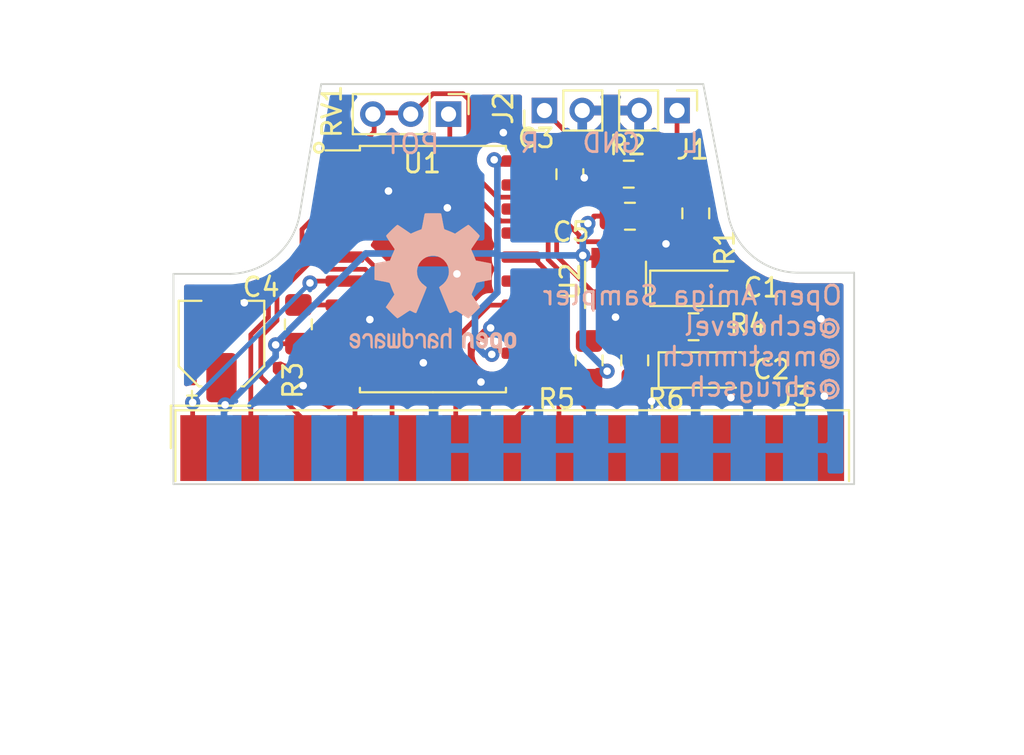
<source format=kicad_pcb>
(kicad_pcb (version 20171130) (host pcbnew "(5.1.6)-1")

  (general
    (thickness 1.6)
    (drawings 18)
    (tracks 212)
    (zones 0)
    (modules 18)
    (nets 29)
  )

  (page A4)
  (layers
    (0 F.Cu signal)
    (31 B.Cu signal hide)
    (32 B.Adhes user hide)
    (33 F.Adhes user hide)
    (34 B.Paste user hide)
    (35 F.Paste user)
    (36 B.SilkS user hide)
    (37 F.SilkS user hide)
    (38 B.Mask user hide)
    (39 F.Mask user hide)
    (40 Dwgs.User user hide)
    (41 Cmts.User user hide)
    (42 Eco1.User user hide)
    (43 Eco2.User user hide)
    (44 Edge.Cuts user)
    (45 Margin user hide)
    (46 B.CrtYd user hide)
    (47 F.CrtYd user hide)
    (48 B.Fab user hide)
    (49 F.Fab user hide)
  )

  (setup
    (last_trace_width 0.25)
    (user_trace_width 0.35)
    (trace_clearance 0.2)
    (zone_clearance 0.508)
    (zone_45_only no)
    (trace_min 0.2)
    (via_size 0.8)
    (via_drill 0.4)
    (via_min_size 0.4)
    (via_min_drill 0.3)
    (uvia_size 0.3)
    (uvia_drill 0.1)
    (uvias_allowed no)
    (uvia_min_size 0.2)
    (uvia_min_drill 0.1)
    (edge_width 0.1)
    (segment_width 0.2)
    (pcb_text_width 0.3)
    (pcb_text_size 1.5 1.5)
    (mod_edge_width 0.15)
    (mod_text_size 1 1)
    (mod_text_width 0.15)
    (pad_size 1.524 1.524)
    (pad_drill 0.762)
    (pad_to_mask_clearance 0)
    (aux_axis_origin 0 0)
    (visible_elements 7FFFFFFF)
    (pcbplotparams
      (layerselection 0x010fc_ffffffff)
      (usegerberextensions false)
      (usegerberattributes true)
      (usegerberadvancedattributes true)
      (creategerberjobfile true)
      (excludeedgelayer true)
      (linewidth 0.100000)
      (plotframeref false)
      (viasonmask false)
      (mode 1)
      (useauxorigin false)
      (hpglpennumber 1)
      (hpglpenspeed 20)
      (hpglpendiameter 15.000000)
      (psnegative false)
      (psa4output false)
      (plotreference true)
      (plotvalue true)
      (plotinvisibletext false)
      (padsonsilk false)
      (subtractmaskfromsilk false)
      (outputformat 1)
      (mirror false)
      (drillshape 0)
      (scaleselection 1)
      (outputdirectory "plots/"))
  )

  (net 0 "")
  (net 1 MONO_AUDIO)
  (net 2 "Net-(C1-Pad2)")
  (net 3 "Net-(C2-Pad1)")
  (net 4 GND)
  (net 5 VCC)
  (net 6 "Net-(J1-Pad1)")
  (net 7 "Net-(J2-Pad1)")
  (net 8 STROBE)
  (net 9 D0)
  (net 10 D1)
  (net 11 D2)
  (net 12 D3)
  (net 13 D4)
  (net 14 D5)
  (net 15 D6)
  (net 16 D7)
  (net 17 "Net-(J3-Pad10)")
  (net 18 "Net-(J3-Pad11)")
  (net 19 "Net-(J3-Pad12)")
  (net 20 "Net-(J3-Pad13)")
  (net 21 "Net-(J3-Pad15)")
  (net 22 "Net-(J3-Pad16)")
  (net 23 "Net-(J3-Pad17)")
  (net 24 "Net-(R3-Pad1)")
  (net 25 "Net-(R4-Pad1)")
  (net 26 Vo)
  (net 27 "Net-(U1-Pad9)")
  (net 28 "Net-(U1-Pad18)")

  (net_class Default "This is the default net class."
    (clearance 0.2)
    (trace_width 0.25)
    (via_dia 0.8)
    (via_drill 0.4)
    (uvia_dia 0.3)
    (uvia_drill 0.1)
    (add_net D0)
    (add_net D1)
    (add_net D2)
    (add_net D3)
    (add_net D4)
    (add_net D5)
    (add_net D6)
    (add_net D7)
    (add_net GND)
    (add_net MONO_AUDIO)
    (add_net "Net-(C1-Pad2)")
    (add_net "Net-(C2-Pad1)")
    (add_net "Net-(J1-Pad1)")
    (add_net "Net-(J2-Pad1)")
    (add_net "Net-(J3-Pad10)")
    (add_net "Net-(J3-Pad11)")
    (add_net "Net-(J3-Pad12)")
    (add_net "Net-(J3-Pad13)")
    (add_net "Net-(J3-Pad15)")
    (add_net "Net-(J3-Pad16)")
    (add_net "Net-(J3-Pad17)")
    (add_net "Net-(R3-Pad1)")
    (add_net "Net-(R4-Pad1)")
    (add_net "Net-(U1-Pad18)")
    (add_net "Net-(U1-Pad9)")
    (add_net STROBE)
    (add_net Vo)
  )

  (net_class pwr ""
    (clearance 0.2)
    (trace_width 0.35)
    (via_dia 0.8)
    (via_drill 0.4)
    (uvia_dia 0.3)
    (uvia_drill 0.1)
    (add_net VCC)
  )

  (module Capacitor_SMD:CP_Elec_4x5.3 (layer F.Cu) (tedit 5BCA39CF) (tstamp 5F1E8E17)
    (at 82.931 143.51 90)
    (descr "SMD capacitor, aluminum electrolytic, Vishay, 4.0x5.3mm")
    (tags "capacitor electrolytic")
    (path /5F0D6F90)
    (attr smd)
    (fp_text reference C4 (at 2.9845 2.0955) (layer F.SilkS)
      (effects (font (size 1 1) (thickness 0.15)))
    )
    (fp_text value 47uf (at 4.4831 -0.0254 90) (layer F.Fab)
      (effects (font (size 1 1) (thickness 0.15)))
    )
    (fp_line (start -3.35 1.05) (end -2.4 1.05) (layer F.CrtYd) (width 0.05))
    (fp_line (start -3.35 -1.05) (end -3.35 1.05) (layer F.CrtYd) (width 0.05))
    (fp_line (start -2.4 -1.05) (end -3.35 -1.05) (layer F.CrtYd) (width 0.05))
    (fp_line (start -2.4 1.05) (end -2.4 1.25) (layer F.CrtYd) (width 0.05))
    (fp_line (start -2.4 -1.25) (end -2.4 -1.05) (layer F.CrtYd) (width 0.05))
    (fp_line (start -2.4 -1.25) (end -1.25 -2.4) (layer F.CrtYd) (width 0.05))
    (fp_line (start -2.4 1.25) (end -1.25 2.4) (layer F.CrtYd) (width 0.05))
    (fp_line (start -1.25 -2.4) (end 2.4 -2.4) (layer F.CrtYd) (width 0.05))
    (fp_line (start -1.25 2.4) (end 2.4 2.4) (layer F.CrtYd) (width 0.05))
    (fp_line (start 2.4 1.05) (end 2.4 2.4) (layer F.CrtYd) (width 0.05))
    (fp_line (start 3.35 1.05) (end 2.4 1.05) (layer F.CrtYd) (width 0.05))
    (fp_line (start 3.35 -1.05) (end 3.35 1.05) (layer F.CrtYd) (width 0.05))
    (fp_line (start 2.4 -1.05) (end 3.35 -1.05) (layer F.CrtYd) (width 0.05))
    (fp_line (start 2.4 -2.4) (end 2.4 -1.05) (layer F.CrtYd) (width 0.05))
    (fp_line (start -2.75 -1.81) (end -2.75 -1.31) (layer F.SilkS) (width 0.12))
    (fp_line (start -3 -1.56) (end -2.5 -1.56) (layer F.SilkS) (width 0.12))
    (fp_line (start -2.26 1.195563) (end -1.195563 2.26) (layer F.SilkS) (width 0.12))
    (fp_line (start -2.26 -1.195563) (end -1.195563 -2.26) (layer F.SilkS) (width 0.12))
    (fp_line (start -2.26 -1.195563) (end -2.26 -1.06) (layer F.SilkS) (width 0.12))
    (fp_line (start -2.26 1.195563) (end -2.26 1.06) (layer F.SilkS) (width 0.12))
    (fp_line (start -1.195563 2.26) (end 2.26 2.26) (layer F.SilkS) (width 0.12))
    (fp_line (start -1.195563 -2.26) (end 2.26 -2.26) (layer F.SilkS) (width 0.12))
    (fp_line (start 2.26 -2.26) (end 2.26 -1.06) (layer F.SilkS) (width 0.12))
    (fp_line (start 2.26 2.26) (end 2.26 1.06) (layer F.SilkS) (width 0.12))
    (fp_line (start -1.374773 -1.2) (end -1.374773 -0.8) (layer F.Fab) (width 0.1))
    (fp_line (start -1.574773 -1) (end -1.174773 -1) (layer F.Fab) (width 0.1))
    (fp_line (start -2.15 1.15) (end -1.15 2.15) (layer F.Fab) (width 0.1))
    (fp_line (start -2.15 -1.15) (end -1.15 -2.15) (layer F.Fab) (width 0.1))
    (fp_line (start -2.15 -1.15) (end -2.15 1.15) (layer F.Fab) (width 0.1))
    (fp_line (start -1.15 2.15) (end 2.15 2.15) (layer F.Fab) (width 0.1))
    (fp_line (start -1.15 -2.15) (end 2.15 -2.15) (layer F.Fab) (width 0.1))
    (fp_line (start 2.15 -2.15) (end 2.15 2.15) (layer F.Fab) (width 0.1))
    (fp_circle (center 0 0) (end 2 0) (layer F.Fab) (width 0.1))
    (fp_text user %R (at 0 0 90) (layer F.Fab)
      (effects (font (size 0.8 0.8) (thickness 0.12)))
    )
    (pad 2 smd roundrect (at 1.8 0 90) (size 2.6 1.6) (layers F.Cu F.Paste F.Mask) (roundrect_rratio 0.15625)
      (net 4 GND))
    (pad 1 smd roundrect (at -1.8 0 90) (size 2.6 1.6) (layers F.Cu F.Paste F.Mask) (roundrect_rratio 0.15625)
      (net 5 VCC))
    (model ${KISYS3DMOD}/Capacitor_SMD.3dshapes/CP_Elec_4x5.3.wrl
      (at (xyz 0 0 0))
      (scale (xyz 1 1 1))
      (rotate (xyz 0 0 0))
    )
  )

  (module Symbol:OSHW-Logo2_9.8x8mm_SilkScreen (layer B.Cu) (tedit 0) (tstamp 5F213BFB)
    (at 94.107 140.335 180)
    (descr "Open Source Hardware Symbol")
    (tags "Logo Symbol OSHW")
    (attr virtual)
    (fp_text reference REF** (at 0 0) (layer B.SilkS) hide
      (effects (font (size 1 1) (thickness 0.15)) (justify mirror))
    )
    (fp_text value OSHW-Logo2_9.8x8mm_SilkScreen (at 0.75 0) (layer B.Fab) hide
      (effects (font (size 1 1) (thickness 0.15)) (justify mirror))
    )
    (fp_poly (pts (xy 0.139878 3.712224) (xy 0.245612 3.711645) (xy 0.322132 3.710078) (xy 0.374372 3.707028)
      (xy 0.407263 3.702004) (xy 0.425737 3.694511) (xy 0.434727 3.684056) (xy 0.439163 3.670147)
      (xy 0.439594 3.668346) (xy 0.446333 3.635855) (xy 0.458808 3.571748) (xy 0.475719 3.482849)
      (xy 0.495771 3.375981) (xy 0.517664 3.257967) (xy 0.518429 3.253822) (xy 0.540359 3.138169)
      (xy 0.560877 3.035986) (xy 0.578659 2.953402) (xy 0.592381 2.896544) (xy 0.600718 2.871542)
      (xy 0.601116 2.871099) (xy 0.625677 2.85889) (xy 0.676315 2.838544) (xy 0.742095 2.814455)
      (xy 0.742461 2.814326) (xy 0.825317 2.783182) (xy 0.923 2.743509) (xy 1.015077 2.703619)
      (xy 1.019434 2.701647) (xy 1.169407 2.63358) (xy 1.501498 2.860361) (xy 1.603374 2.929496)
      (xy 1.695657 2.991303) (xy 1.773003 3.042267) (xy 1.830064 3.078873) (xy 1.861495 3.097606)
      (xy 1.864479 3.098996) (xy 1.887321 3.09281) (xy 1.929982 3.062965) (xy 1.994128 3.008053)
      (xy 2.081421 2.926666) (xy 2.170535 2.840078) (xy 2.256441 2.754753) (xy 2.333327 2.676892)
      (xy 2.396564 2.611303) (xy 2.441523 2.562795) (xy 2.463576 2.536175) (xy 2.464396 2.534805)
      (xy 2.466834 2.516537) (xy 2.45765 2.486705) (xy 2.434574 2.441279) (xy 2.395337 2.37623)
      (xy 2.33767 2.28753) (xy 2.260795 2.173343) (xy 2.19257 2.072838) (xy 2.131582 1.982697)
      (xy 2.081356 1.908151) (xy 2.045416 1.854435) (xy 2.027287 1.826782) (xy 2.026146 1.824905)
      (xy 2.028359 1.79841) (xy 2.045138 1.746914) (xy 2.073142 1.680149) (xy 2.083122 1.658828)
      (xy 2.126672 1.563841) (xy 2.173134 1.456063) (xy 2.210877 1.362808) (xy 2.238073 1.293594)
      (xy 2.259675 1.240994) (xy 2.272158 1.213503) (xy 2.273709 1.211384) (xy 2.296668 1.207876)
      (xy 2.350786 1.198262) (xy 2.428868 1.183911) (xy 2.523719 1.166193) (xy 2.628143 1.146475)
      (xy 2.734944 1.126126) (xy 2.836926 1.106514) (xy 2.926894 1.089009) (xy 2.997653 1.074978)
      (xy 3.042006 1.065791) (xy 3.052885 1.063193) (xy 3.064122 1.056782) (xy 3.072605 1.042303)
      (xy 3.078714 1.014867) (xy 3.082832 0.969589) (xy 3.085341 0.90158) (xy 3.086621 0.805953)
      (xy 3.087054 0.67782) (xy 3.087077 0.625299) (xy 3.087077 0.198155) (xy 2.9845 0.177909)
      (xy 2.927431 0.16693) (xy 2.842269 0.150905) (xy 2.739372 0.131767) (xy 2.629096 0.111449)
      (xy 2.598615 0.105868) (xy 2.496855 0.086083) (xy 2.408205 0.066627) (xy 2.340108 0.049303)
      (xy 2.300004 0.035912) (xy 2.293323 0.031921) (xy 2.276919 0.003658) (xy 2.253399 -0.051109)
      (xy 2.227316 -0.121588) (xy 2.222142 -0.136769) (xy 2.187956 -0.230896) (xy 2.145523 -0.337101)
      (xy 2.103997 -0.432473) (xy 2.103792 -0.432916) (xy 2.03464 -0.582525) (xy 2.489512 -1.251617)
      (xy 2.1975 -1.544116) (xy 2.10918 -1.63117) (xy 2.028625 -1.707909) (xy 1.96036 -1.770237)
      (xy 1.908908 -1.814056) (xy 1.878794 -1.83527) (xy 1.874474 -1.836616) (xy 1.849111 -1.826016)
      (xy 1.797358 -1.796547) (xy 1.724868 -1.751705) (xy 1.637294 -1.694984) (xy 1.542612 -1.631462)
      (xy 1.446516 -1.566668) (xy 1.360837 -1.510287) (xy 1.291016 -1.465788) (xy 1.242494 -1.436639)
      (xy 1.220782 -1.426308) (xy 1.194293 -1.43505) (xy 1.144062 -1.458087) (xy 1.080451 -1.490631)
      (xy 1.073708 -1.494249) (xy 0.988046 -1.53721) (xy 0.929306 -1.558279) (xy 0.892772 -1.558503)
      (xy 0.873731 -1.538928) (xy 0.87362 -1.538654) (xy 0.864102 -1.515472) (xy 0.841403 -1.460441)
      (xy 0.807282 -1.377822) (xy 0.7635 -1.271872) (xy 0.711816 -1.146852) (xy 0.653992 -1.00702)
      (xy 0.597991 -0.871637) (xy 0.536447 -0.722234) (xy 0.479939 -0.583832) (xy 0.430161 -0.460673)
      (xy 0.388806 -0.357002) (xy 0.357568 -0.277059) (xy 0.338141 -0.225088) (xy 0.332154 -0.205692)
      (xy 0.347168 -0.183443) (xy 0.386439 -0.147982) (xy 0.438807 -0.108887) (xy 0.587941 0.014755)
      (xy 0.704511 0.156478) (xy 0.787118 0.313296) (xy 0.834366 0.482225) (xy 0.844857 0.660278)
      (xy 0.837231 0.742461) (xy 0.795682 0.912969) (xy 0.724123 1.063541) (xy 0.626995 1.192691)
      (xy 0.508734 1.298936) (xy 0.37378 1.38079) (xy 0.226571 1.436768) (xy 0.071544 1.465385)
      (xy -0.086861 1.465156) (xy -0.244206 1.434595) (xy -0.396054 1.372218) (xy -0.537965 1.27654)
      (xy -0.597197 1.222428) (xy -0.710797 1.08348) (xy -0.789894 0.931639) (xy -0.835014 0.771333)
      (xy -0.846684 0.606988) (xy -0.825431 0.443029) (xy -0.77178 0.283882) (xy -0.68626 0.133975)
      (xy -0.569395 -0.002267) (xy -0.438807 -0.108887) (xy -0.384412 -0.149642) (xy -0.345986 -0.184718)
      (xy -0.332154 -0.205726) (xy -0.339397 -0.228635) (xy -0.359995 -0.283365) (xy -0.392254 -0.365672)
      (xy -0.434479 -0.471315) (xy -0.484977 -0.59605) (xy -0.542052 -0.735636) (xy -0.598146 -0.87167)
      (xy -0.660033 -1.021201) (xy -0.717356 -1.159767) (xy -0.768356 -1.283107) (xy -0.811273 -1.386964)
      (xy -0.844347 -1.46708) (xy -0.865819 -1.519195) (xy -0.873775 -1.538654) (xy -0.892571 -1.558423)
      (xy -0.928926 -1.558365) (xy -0.987521 -1.537441) (xy -1.073032 -1.494613) (xy -1.073708 -1.494249)
      (xy -1.138093 -1.461012) (xy -1.190139 -1.436802) (xy -1.219488 -1.426404) (xy -1.220783 -1.426308)
      (xy -1.242876 -1.436855) (xy -1.291652 -1.466184) (xy -1.361669 -1.510827) (xy -1.447486 -1.567314)
      (xy -1.542612 -1.631462) (xy -1.63946 -1.696411) (xy -1.726747 -1.752896) (xy -1.798819 -1.797421)
      (xy -1.850023 -1.82649) (xy -1.874474 -1.836616) (xy -1.89699 -1.823307) (xy -1.942258 -1.786112)
      (xy -2.005756 -1.729128) (xy -2.082961 -1.656449) (xy -2.169349 -1.572171) (xy -2.197601 -1.544016)
      (xy -2.489713 -1.251416) (xy -2.267369 -0.925104) (xy -2.199798 -0.824897) (xy -2.140493 -0.734963)
      (xy -2.092783 -0.66051) (xy -2.059993 -0.606751) (xy -2.045452 -0.578894) (xy -2.045026 -0.576912)
      (xy -2.052692 -0.550655) (xy -2.073311 -0.497837) (xy -2.103315 -0.42731) (xy -2.124375 -0.380093)
      (xy -2.163752 -0.289694) (xy -2.200835 -0.198366) (xy -2.229585 -0.1212) (xy -2.237395 -0.097692)
      (xy -2.259583 -0.034916) (xy -2.281273 0.013589) (xy -2.293187 0.031921) (xy -2.319477 0.043141)
      (xy -2.376858 0.059046) (xy -2.457882 0.077833) (xy -2.555105 0.097701) (xy -2.598615 0.105868)
      (xy -2.709104 0.126171) (xy -2.815084 0.14583) (xy -2.906199 0.162912) (xy -2.972092 0.175482)
      (xy -2.9845 0.177909) (xy -3.087077 0.198155) (xy -3.087077 0.625299) (xy -3.086847 0.765754)
      (xy -3.085901 0.872021) (xy -3.083859 0.948987) (xy -3.080338 1.00154) (xy -3.074957 1.034567)
      (xy -3.067334 1.052955) (xy -3.057088 1.061592) (xy -3.052885 1.063193) (xy -3.02753 1.068873)
      (xy -2.971516 1.080205) (xy -2.892036 1.095821) (xy -2.796288 1.114353) (xy -2.691467 1.134431)
      (xy -2.584768 1.154688) (xy -2.483387 1.173754) (xy -2.394521 1.190261) (xy -2.325363 1.202841)
      (xy -2.283111 1.210125) (xy -2.27371 1.211384) (xy -2.265193 1.228237) (xy -2.24634 1.27313)
      (xy -2.220676 1.33757) (xy -2.210877 1.362808) (xy -2.171352 1.460314) (xy -2.124808 1.568041)
      (xy -2.083123 1.658828) (xy -2.05245 1.728247) (xy -2.032044 1.78529) (xy -2.025232 1.820223)
      (xy -2.026318 1.824905) (xy -2.040715 1.847009) (xy -2.073588 1.896169) (xy -2.12141 1.967152)
      (xy -2.180652 2.054722) (xy -2.247785 2.153643) (xy -2.261059 2.17317) (xy -2.338954 2.28886)
      (xy -2.396213 2.376956) (xy -2.435119 2.441514) (xy -2.457956 2.486589) (xy -2.467006 2.516237)
      (xy -2.464552 2.534515) (xy -2.464489 2.534631) (xy -2.445173 2.558639) (xy -2.402449 2.605053)
      (xy -2.340949 2.669063) (xy -2.265302 2.745855) (xy -2.180139 2.830618) (xy -2.170535 2.840078)
      (xy -2.06321 2.944011) (xy -1.980385 3.020325) (xy -1.920395 3.070429) (xy -1.881577 3.09573)
      (xy -1.86448 3.098996) (xy -1.839527 3.08475) (xy -1.787745 3.051844) (xy -1.71448 3.003792)
      (xy -1.62508 2.94411) (xy -1.524889 2.876312) (xy -1.501499 2.860361) (xy -1.169407 2.63358)
      (xy -1.019435 2.701647) (xy -0.92823 2.741315) (xy -0.830331 2.781209) (xy -0.746169 2.813017)
      (xy -0.742462 2.814326) (xy -0.676631 2.838424) (xy -0.625884 2.8588) (xy -0.601158 2.871064)
      (xy -0.601116 2.871099) (xy -0.593271 2.893266) (xy -0.579934 2.947783) (xy -0.56243 3.02852)
      (xy -0.542083 3.12935) (xy -0.520218 3.244144) (xy -0.518429 3.253822) (xy -0.496496 3.372096)
      (xy -0.47636 3.479458) (xy -0.45932 3.569083) (xy -0.446672 3.634149) (xy -0.439716 3.667832)
      (xy -0.439594 3.668346) (xy -0.435361 3.682675) (xy -0.427129 3.693493) (xy -0.409967 3.701294)
      (xy -0.378942 3.706571) (xy -0.329122 3.709818) (xy -0.255576 3.711528) (xy -0.153371 3.712193)
      (xy -0.017575 3.712307) (xy 0 3.712308) (xy 0.139878 3.712224)) (layer B.SilkS) (width 0.01))
    (fp_poly (pts (xy 4.245224 -2.647838) (xy 4.322528 -2.698361) (xy 4.359814 -2.74359) (xy 4.389353 -2.825663)
      (xy 4.391699 -2.890607) (xy 4.386385 -2.977445) (xy 4.186115 -3.065103) (xy 4.088739 -3.109887)
      (xy 4.025113 -3.145913) (xy 3.992029 -3.177117) (xy 3.98628 -3.207436) (xy 4.004658 -3.240805)
      (xy 4.024923 -3.262923) (xy 4.083889 -3.298393) (xy 4.148024 -3.300879) (xy 4.206926 -3.273235)
      (xy 4.250197 -3.21832) (xy 4.257936 -3.198928) (xy 4.295006 -3.138364) (xy 4.337654 -3.112552)
      (xy 4.396154 -3.090471) (xy 4.396154 -3.174184) (xy 4.390982 -3.23115) (xy 4.370723 -3.279189)
      (xy 4.328262 -3.334346) (xy 4.321951 -3.341514) (xy 4.27472 -3.390585) (xy 4.234121 -3.41692)
      (xy 4.183328 -3.429035) (xy 4.14122 -3.433003) (xy 4.065902 -3.433991) (xy 4.012286 -3.421466)
      (xy 3.978838 -3.402869) (xy 3.926268 -3.361975) (xy 3.889879 -3.317748) (xy 3.86685 -3.262126)
      (xy 3.854359 -3.187047) (xy 3.849587 -3.084449) (xy 3.849206 -3.032376) (xy 3.850501 -2.969948)
      (xy 3.968471 -2.969948) (xy 3.969839 -3.003438) (xy 3.973249 -3.008923) (xy 3.995753 -3.001472)
      (xy 4.044182 -2.981753) (xy 4.108908 -2.953718) (xy 4.122443 -2.947692) (xy 4.204244 -2.906096)
      (xy 4.249312 -2.869538) (xy 4.259217 -2.835296) (xy 4.235526 -2.800648) (xy 4.21596 -2.785339)
      (xy 4.14536 -2.754721) (xy 4.07928 -2.75978) (xy 4.023959 -2.797151) (xy 3.985636 -2.863473)
      (xy 3.973349 -2.916116) (xy 3.968471 -2.969948) (xy 3.850501 -2.969948) (xy 3.85173 -2.91072)
      (xy 3.861032 -2.82071) (xy 3.87946 -2.755167) (xy 3.90936 -2.706912) (xy 3.95308 -2.668767)
      (xy 3.972141 -2.65644) (xy 4.058726 -2.624336) (xy 4.153522 -2.622316) (xy 4.245224 -2.647838)) (layer B.SilkS) (width 0.01))
    (fp_poly (pts (xy 3.570807 -2.636782) (xy 3.594161 -2.646988) (xy 3.649902 -2.691134) (xy 3.697569 -2.754967)
      (xy 3.727048 -2.823087) (xy 3.731846 -2.85667) (xy 3.71576 -2.903556) (xy 3.680475 -2.928365)
      (xy 3.642644 -2.943387) (xy 3.625321 -2.946155) (xy 3.616886 -2.926066) (xy 3.60023 -2.882351)
      (xy 3.592923 -2.862598) (xy 3.551948 -2.794271) (xy 3.492622 -2.760191) (xy 3.416552 -2.761239)
      (xy 3.410918 -2.762581) (xy 3.370305 -2.781836) (xy 3.340448 -2.819375) (xy 3.320055 -2.879809)
      (xy 3.307836 -2.967751) (xy 3.3025 -3.087813) (xy 3.302 -3.151698) (xy 3.301752 -3.252403)
      (xy 3.300126 -3.321054) (xy 3.295801 -3.364673) (xy 3.287454 -3.390282) (xy 3.273765 -3.404903)
      (xy 3.253411 -3.415558) (xy 3.252234 -3.416095) (xy 3.213038 -3.432667) (xy 3.193619 -3.438769)
      (xy 3.190635 -3.420319) (xy 3.188081 -3.369323) (xy 3.18614 -3.292308) (xy 3.184997 -3.195805)
      (xy 3.184769 -3.125184) (xy 3.185932 -2.988525) (xy 3.190479 -2.884851) (xy 3.199999 -2.808108)
      (xy 3.216081 -2.752246) (xy 3.240313 -2.711212) (xy 3.274286 -2.678954) (xy 3.307833 -2.65644)
      (xy 3.388499 -2.626476) (xy 3.482381 -2.619718) (xy 3.570807 -2.636782)) (layer B.SilkS) (width 0.01))
    (fp_poly (pts (xy 2.887333 -2.633528) (xy 2.94359 -2.659117) (xy 2.987747 -2.690124) (xy 3.020101 -2.724795)
      (xy 3.042438 -2.76952) (xy 3.056546 -2.830692) (xy 3.064211 -2.914701) (xy 3.06722 -3.02794)
      (xy 3.067538 -3.102509) (xy 3.067538 -3.39342) (xy 3.017773 -3.416095) (xy 2.978576 -3.432667)
      (xy 2.959157 -3.438769) (xy 2.955442 -3.42061) (xy 2.952495 -3.371648) (xy 2.950691 -3.300153)
      (xy 2.950308 -3.243385) (xy 2.948661 -3.161371) (xy 2.944222 -3.096309) (xy 2.93774 -3.056467)
      (xy 2.93259 -3.048) (xy 2.897977 -3.056646) (xy 2.84364 -3.078823) (xy 2.780722 -3.108886)
      (xy 2.720368 -3.141192) (xy 2.673721 -3.170098) (xy 2.651926 -3.189961) (xy 2.651839 -3.190175)
      (xy 2.653714 -3.226935) (xy 2.670525 -3.262026) (xy 2.700039 -3.290528) (xy 2.743116 -3.300061)
      (xy 2.779932 -3.29895) (xy 2.832074 -3.298133) (xy 2.859444 -3.310349) (xy 2.875882 -3.342624)
      (xy 2.877955 -3.34871) (xy 2.885081 -3.394739) (xy 2.866024 -3.422687) (xy 2.816353 -3.436007)
      (xy 2.762697 -3.43847) (xy 2.666142 -3.42021) (xy 2.616159 -3.394131) (xy 2.554429 -3.332868)
      (xy 2.52169 -3.25767) (xy 2.518753 -3.178211) (xy 2.546424 -3.104167) (xy 2.588047 -3.057769)
      (xy 2.629604 -3.031793) (xy 2.694922 -2.998907) (xy 2.771038 -2.965557) (xy 2.783726 -2.960461)
      (xy 2.867333 -2.923565) (xy 2.91553 -2.891046) (xy 2.93103 -2.858718) (xy 2.91655 -2.822394)
      (xy 2.891692 -2.794) (xy 2.832939 -2.759039) (xy 2.768293 -2.756417) (xy 2.709008 -2.783358)
      (xy 2.666339 -2.837088) (xy 2.660739 -2.85095) (xy 2.628133 -2.901936) (xy 2.58053 -2.939787)
      (xy 2.520461 -2.97085) (xy 2.520461 -2.882768) (xy 2.523997 -2.828951) (xy 2.539156 -2.786534)
      (xy 2.572768 -2.741279) (xy 2.605035 -2.70642) (xy 2.655209 -2.657062) (xy 2.694193 -2.630547)
      (xy 2.736064 -2.619911) (xy 2.78346 -2.618154) (xy 2.887333 -2.633528)) (layer B.SilkS) (width 0.01))
    (fp_poly (pts (xy 2.395929 -2.636662) (xy 2.398911 -2.688068) (xy 2.401247 -2.766192) (xy 2.402749 -2.864857)
      (xy 2.403231 -2.968343) (xy 2.403231 -3.318533) (xy 2.341401 -3.380363) (xy 2.298793 -3.418462)
      (xy 2.26139 -3.433895) (xy 2.21027 -3.432918) (xy 2.189978 -3.430433) (xy 2.126554 -3.4232)
      (xy 2.074095 -3.419055) (xy 2.061308 -3.418672) (xy 2.018199 -3.421176) (xy 1.956544 -3.427462)
      (xy 1.932638 -3.430433) (xy 1.873922 -3.435028) (xy 1.834464 -3.425046) (xy 1.795338 -3.394228)
      (xy 1.781215 -3.380363) (xy 1.719385 -3.318533) (xy 1.719385 -2.663503) (xy 1.76915 -2.640829)
      (xy 1.812002 -2.624034) (xy 1.837073 -2.618154) (xy 1.843501 -2.636736) (xy 1.849509 -2.688655)
      (xy 1.854697 -2.768172) (xy 1.858664 -2.869546) (xy 1.860577 -2.955192) (xy 1.865923 -3.292231)
      (xy 1.91256 -3.298825) (xy 1.954976 -3.294214) (xy 1.97576 -3.279287) (xy 1.98157 -3.251377)
      (xy 1.98653 -3.191925) (xy 1.990246 -3.108466) (xy 1.992324 -3.008532) (xy 1.992624 -2.957104)
      (xy 1.992923 -2.661054) (xy 2.054454 -2.639604) (xy 2.098004 -2.62502) (xy 2.121694 -2.618219)
      (xy 2.122377 -2.618154) (xy 2.124754 -2.636642) (xy 2.127366 -2.687906) (xy 2.129995 -2.765649)
      (xy 2.132421 -2.863574) (xy 2.134115 -2.955192) (xy 2.139461 -3.292231) (xy 2.256692 -3.292231)
      (xy 2.262072 -2.984746) (xy 2.267451 -2.677261) (xy 2.324601 -2.647707) (xy 2.366797 -2.627413)
      (xy 2.39177 -2.618204) (xy 2.392491 -2.618154) (xy 2.395929 -2.636662)) (layer B.SilkS) (width 0.01))
    (fp_poly (pts (xy 1.602081 -2.780289) (xy 1.601833 -2.92632) (xy 1.600872 -3.038655) (xy 1.598794 -3.122678)
      (xy 1.595193 -3.183769) (xy 1.589665 -3.227309) (xy 1.581804 -3.258679) (xy 1.571207 -3.283262)
      (xy 1.563182 -3.297294) (xy 1.496728 -3.373388) (xy 1.41247 -3.421084) (xy 1.319249 -3.438199)
      (xy 1.2259 -3.422546) (xy 1.170312 -3.394418) (xy 1.111957 -3.34576) (xy 1.072186 -3.286333)
      (xy 1.04819 -3.208507) (xy 1.037161 -3.104652) (xy 1.035599 -3.028462) (xy 1.035809 -3.022986)
      (xy 1.172308 -3.022986) (xy 1.173141 -3.110355) (xy 1.176961 -3.168192) (xy 1.185746 -3.206029)
      (xy 1.201474 -3.233398) (xy 1.220266 -3.254042) (xy 1.283375 -3.29389) (xy 1.351137 -3.297295)
      (xy 1.415179 -3.264025) (xy 1.420164 -3.259517) (xy 1.441439 -3.236067) (xy 1.454779 -3.208166)
      (xy 1.462001 -3.166641) (xy 1.464923 -3.102316) (xy 1.465385 -3.0312) (xy 1.464383 -2.941858)
      (xy 1.460238 -2.882258) (xy 1.451236 -2.843089) (xy 1.435667 -2.81504) (xy 1.422902 -2.800144)
      (xy 1.3636 -2.762575) (xy 1.295301 -2.758057) (xy 1.23011 -2.786753) (xy 1.217528 -2.797406)
      (xy 1.196111 -2.821063) (xy 1.182744 -2.849251) (xy 1.175566 -2.891245) (xy 1.172719 -2.956319)
      (xy 1.172308 -3.022986) (xy 1.035809 -3.022986) (xy 1.040322 -2.905765) (xy 1.056362 -2.813577)
      (xy 1.086528 -2.744269) (xy 1.133629 -2.690211) (xy 1.170312 -2.662505) (xy 1.23699 -2.632572)
      (xy 1.314272 -2.618678) (xy 1.38611 -2.622397) (xy 1.426308 -2.6374) (xy 1.442082 -2.64167)
      (xy 1.45255 -2.62575) (xy 1.459856 -2.583089) (xy 1.465385 -2.518106) (xy 1.471437 -2.445732)
      (xy 1.479844 -2.402187) (xy 1.495141 -2.377287) (xy 1.521864 -2.360845) (xy 1.538654 -2.353564)
      (xy 1.602154 -2.326963) (xy 1.602081 -2.780289)) (layer B.SilkS) (width 0.01))
    (fp_poly (pts (xy 0.713362 -2.62467) (xy 0.802117 -2.657421) (xy 0.874022 -2.71535) (xy 0.902144 -2.756128)
      (xy 0.932802 -2.830954) (xy 0.932165 -2.885058) (xy 0.899987 -2.921446) (xy 0.888081 -2.927633)
      (xy 0.836675 -2.946925) (xy 0.810422 -2.941982) (xy 0.80153 -2.909587) (xy 0.801077 -2.891692)
      (xy 0.784797 -2.825859) (xy 0.742365 -2.779807) (xy 0.683388 -2.757564) (xy 0.617475 -2.763161)
      (xy 0.563895 -2.792229) (xy 0.545798 -2.80881) (xy 0.532971 -2.828925) (xy 0.524306 -2.859332)
      (xy 0.518696 -2.906788) (xy 0.515035 -2.97805) (xy 0.512215 -3.079875) (xy 0.511484 -3.112115)
      (xy 0.50882 -3.22241) (xy 0.505792 -3.300036) (xy 0.50125 -3.351396) (xy 0.494046 -3.38289)
      (xy 0.483033 -3.40092) (xy 0.46706 -3.411888) (xy 0.456834 -3.416733) (xy 0.413406 -3.433301)
      (xy 0.387842 -3.438769) (xy 0.379395 -3.420507) (xy 0.374239 -3.365296) (xy 0.372346 -3.272499)
      (xy 0.373689 -3.141478) (xy 0.374107 -3.121269) (xy 0.377058 -3.001733) (xy 0.380548 -2.914449)
      (xy 0.385514 -2.852591) (xy 0.392893 -2.809336) (xy 0.403624 -2.77786) (xy 0.418645 -2.751339)
      (xy 0.426502 -2.739975) (xy 0.471553 -2.689692) (xy 0.52194 -2.650581) (xy 0.528108 -2.647167)
      (xy 0.618458 -2.620212) (xy 0.713362 -2.62467)) (layer B.SilkS) (width 0.01))
    (fp_poly (pts (xy 0.053501 -2.626303) (xy 0.13006 -2.654733) (xy 0.130936 -2.655279) (xy 0.178285 -2.690127)
      (xy 0.213241 -2.730852) (xy 0.237825 -2.783925) (xy 0.254062 -2.855814) (xy 0.263975 -2.952992)
      (xy 0.269586 -3.081928) (xy 0.270077 -3.100298) (xy 0.277141 -3.377287) (xy 0.217695 -3.408028)
      (xy 0.174681 -3.428802) (xy 0.14871 -3.438646) (xy 0.147509 -3.438769) (xy 0.143014 -3.420606)
      (xy 0.139444 -3.371612) (xy 0.137248 -3.300031) (xy 0.136769 -3.242068) (xy 0.136758 -3.14817)
      (xy 0.132466 -3.089203) (xy 0.117503 -3.061079) (xy 0.085482 -3.059706) (xy 0.030014 -3.080998)
      (xy -0.053731 -3.120136) (xy -0.115311 -3.152643) (xy -0.146983 -3.180845) (xy -0.156294 -3.211582)
      (xy -0.156308 -3.213104) (xy -0.140943 -3.266054) (xy -0.095453 -3.29466) (xy -0.025834 -3.298803)
      (xy 0.024313 -3.298084) (xy 0.050754 -3.312527) (xy 0.067243 -3.347218) (xy 0.076733 -3.391416)
      (xy 0.063057 -3.416493) (xy 0.057907 -3.420082) (xy 0.009425 -3.434496) (xy -0.058469 -3.436537)
      (xy -0.128388 -3.426983) (xy -0.177932 -3.409522) (xy -0.24643 -3.351364) (xy -0.285366 -3.270408)
      (xy -0.293077 -3.20716) (xy -0.287193 -3.150111) (xy -0.265899 -3.103542) (xy -0.223735 -3.062181)
      (xy -0.155241 -3.020755) (xy -0.054956 -2.973993) (xy -0.048846 -2.97135) (xy 0.04149 -2.929617)
      (xy 0.097235 -2.895391) (xy 0.121129 -2.864635) (xy 0.115913 -2.833311) (xy 0.084328 -2.797383)
      (xy 0.074883 -2.789116) (xy 0.011617 -2.757058) (xy -0.053936 -2.758407) (xy -0.111028 -2.789838)
      (xy -0.148907 -2.848024) (xy -0.152426 -2.859446) (xy -0.1867 -2.914837) (xy -0.230191 -2.941518)
      (xy -0.293077 -2.96796) (xy -0.293077 -2.899548) (xy -0.273948 -2.80011) (xy -0.217169 -2.708902)
      (xy -0.187622 -2.678389) (xy -0.120458 -2.639228) (xy -0.035044 -2.6215) (xy 0.053501 -2.626303)) (layer B.SilkS) (width 0.01))
    (fp_poly (pts (xy -0.840154 -2.49212) (xy -0.834428 -2.57198) (xy -0.827851 -2.619039) (xy -0.818738 -2.639566)
      (xy -0.805402 -2.639829) (xy -0.801077 -2.637378) (xy -0.743556 -2.619636) (xy -0.668732 -2.620672)
      (xy -0.592661 -2.63891) (xy -0.545082 -2.662505) (xy -0.496298 -2.700198) (xy -0.460636 -2.742855)
      (xy -0.436155 -2.797057) (xy -0.420913 -2.869384) (xy -0.41297 -2.966419) (xy -0.410384 -3.094742)
      (xy -0.410338 -3.119358) (xy -0.410308 -3.39587) (xy -0.471839 -3.41732) (xy -0.515541 -3.431912)
      (xy -0.539518 -3.438706) (xy -0.540223 -3.438769) (xy -0.542585 -3.420345) (xy -0.544594 -3.369526)
      (xy -0.546099 -3.292993) (xy -0.546947 -3.19743) (xy -0.547077 -3.139329) (xy -0.547349 -3.024771)
      (xy -0.548748 -2.942667) (xy -0.552151 -2.886393) (xy -0.558433 -2.849326) (xy -0.568471 -2.824844)
      (xy -0.583139 -2.806325) (xy -0.592298 -2.797406) (xy -0.655211 -2.761466) (xy -0.723864 -2.758775)
      (xy -0.786152 -2.78917) (xy -0.797671 -2.800144) (xy -0.814567 -2.820779) (xy -0.826286 -2.845256)
      (xy -0.833767 -2.880647) (xy -0.837946 -2.934026) (xy -0.839763 -3.012466) (xy -0.840154 -3.120617)
      (xy -0.840154 -3.39587) (xy -0.901685 -3.41732) (xy -0.945387 -3.431912) (xy -0.969364 -3.438706)
      (xy -0.97007 -3.438769) (xy -0.971874 -3.420069) (xy -0.9735 -3.367322) (xy -0.974883 -3.285557)
      (xy -0.975958 -3.179805) (xy -0.97666 -3.055094) (xy -0.976923 -2.916455) (xy -0.976923 -2.381806)
      (xy -0.849923 -2.328236) (xy -0.840154 -2.49212)) (layer B.SilkS) (width 0.01))
    (fp_poly (pts (xy -2.465746 -2.599745) (xy -2.388714 -2.651567) (xy -2.329184 -2.726412) (xy -2.293622 -2.821654)
      (xy -2.286429 -2.891756) (xy -2.287246 -2.921009) (xy -2.294086 -2.943407) (xy -2.312888 -2.963474)
      (xy -2.349592 -2.985733) (xy -2.410138 -3.014709) (xy -2.500466 -3.054927) (xy -2.500923 -3.055129)
      (xy -2.584067 -3.09321) (xy -2.652247 -3.127025) (xy -2.698495 -3.152933) (xy -2.715842 -3.167295)
      (xy -2.715846 -3.167411) (xy -2.700557 -3.198685) (xy -2.664804 -3.233157) (xy -2.623758 -3.25799)
      (xy -2.602963 -3.262923) (xy -2.54623 -3.245862) (xy -2.497373 -3.203133) (xy -2.473535 -3.156155)
      (xy -2.450603 -3.121522) (xy -2.405682 -3.082081) (xy -2.352877 -3.048009) (xy -2.30629 -3.02948)
      (xy -2.296548 -3.028462) (xy -2.285582 -3.045215) (xy -2.284921 -3.088039) (xy -2.29298 -3.145781)
      (xy -2.308173 -3.207289) (xy -2.328914 -3.261409) (xy -2.329962 -3.26351) (xy -2.392379 -3.35066)
      (xy -2.473274 -3.409939) (xy -2.565144 -3.439034) (xy -2.660487 -3.435634) (xy -2.751802 -3.397428)
      (xy -2.755862 -3.394741) (xy -2.827694 -3.329642) (xy -2.874927 -3.244705) (xy -2.901066 -3.133021)
      (xy -2.904574 -3.101643) (xy -2.910787 -2.953536) (xy -2.903339 -2.884468) (xy -2.715846 -2.884468)
      (xy -2.71341 -2.927552) (xy -2.700086 -2.940126) (xy -2.666868 -2.930719) (xy -2.614506 -2.908483)
      (xy -2.555976 -2.88061) (xy -2.554521 -2.879872) (xy -2.504911 -2.853777) (xy -2.485 -2.836363)
      (xy -2.48991 -2.818107) (xy -2.510584 -2.79412) (xy -2.563181 -2.759406) (xy -2.619823 -2.756856)
      (xy -2.670631 -2.782119) (xy -2.705724 -2.830847) (xy -2.715846 -2.884468) (xy -2.903339 -2.884468)
      (xy -2.898008 -2.835036) (xy -2.865222 -2.741055) (xy -2.819579 -2.675215) (xy -2.737198 -2.608681)
      (xy -2.646454 -2.575676) (xy -2.553815 -2.573573) (xy -2.465746 -2.599745)) (layer B.SilkS) (width 0.01))
    (fp_poly (pts (xy -3.983114 -2.587256) (xy -3.891536 -2.635409) (xy -3.823951 -2.712905) (xy -3.799943 -2.762727)
      (xy -3.781262 -2.837533) (xy -3.771699 -2.932052) (xy -3.770792 -3.03521) (xy -3.778079 -3.135935)
      (xy -3.793097 -3.223153) (xy -3.815385 -3.285791) (xy -3.822235 -3.296579) (xy -3.903368 -3.377105)
      (xy -3.999734 -3.425336) (xy -4.104299 -3.43945) (xy -4.210032 -3.417629) (xy -4.239457 -3.404547)
      (xy -4.296759 -3.364231) (xy -4.34705 -3.310775) (xy -4.351803 -3.303995) (xy -4.371122 -3.271321)
      (xy -4.383892 -3.236394) (xy -4.391436 -3.190414) (xy -4.395076 -3.124584) (xy -4.396135 -3.030105)
      (xy -4.396154 -3.008923) (xy -4.396106 -3.002182) (xy -4.200769 -3.002182) (xy -4.199632 -3.091349)
      (xy -4.195159 -3.15052) (xy -4.185754 -3.188741) (xy -4.169824 -3.215053) (xy -4.161692 -3.223846)
      (xy -4.114942 -3.257261) (xy -4.069553 -3.255737) (xy -4.02366 -3.226752) (xy -3.996288 -3.195809)
      (xy -3.980077 -3.150643) (xy -3.970974 -3.07942) (xy -3.970349 -3.071114) (xy -3.968796 -2.942037)
      (xy -3.985035 -2.846172) (xy -4.018848 -2.784107) (xy -4.070016 -2.756432) (xy -4.08828 -2.754923)
      (xy -4.13624 -2.762513) (xy -4.169047 -2.788808) (xy -4.189105 -2.839095) (xy -4.198822 -2.918664)
      (xy -4.200769 -3.002182) (xy -4.396106 -3.002182) (xy -4.395426 -2.908249) (xy -4.392371 -2.837906)
      (xy -4.385678 -2.789163) (xy -4.37404 -2.753288) (xy -4.356147 -2.721548) (xy -4.352192 -2.715648)
      (xy -4.285733 -2.636104) (xy -4.213315 -2.589929) (xy -4.125151 -2.571599) (xy -4.095213 -2.570703)
      (xy -3.983114 -2.587256)) (layer B.SilkS) (width 0.01))
    (fp_poly (pts (xy -1.728336 -2.595089) (xy -1.665633 -2.631358) (xy -1.622039 -2.667358) (xy -1.590155 -2.705075)
      (xy -1.56819 -2.751199) (xy -1.554351 -2.812421) (xy -1.546847 -2.895431) (xy -1.543883 -3.006919)
      (xy -1.543539 -3.087062) (xy -1.543539 -3.382065) (xy -1.709615 -3.456515) (xy -1.719385 -3.133402)
      (xy -1.723421 -3.012729) (xy -1.727656 -2.925141) (xy -1.732903 -2.86465) (xy -1.739975 -2.825268)
      (xy -1.749689 -2.801007) (xy -1.762856 -2.78588) (xy -1.767081 -2.782606) (xy -1.831091 -2.757034)
      (xy -1.895792 -2.767153) (xy -1.934308 -2.794) (xy -1.949975 -2.813024) (xy -1.96082 -2.837988)
      (xy -1.967712 -2.875834) (xy -1.971521 -2.933502) (xy -1.973117 -3.017935) (xy -1.973385 -3.105928)
      (xy -1.973437 -3.216323) (xy -1.975328 -3.294463) (xy -1.981655 -3.347165) (xy -1.995017 -3.381242)
      (xy -2.018015 -3.403511) (xy -2.053246 -3.420787) (xy -2.100303 -3.438738) (xy -2.151697 -3.458278)
      (xy -2.145579 -3.111485) (xy -2.143116 -2.986468) (xy -2.140233 -2.894082) (xy -2.136102 -2.827881)
      (xy -2.129893 -2.78142) (xy -2.120774 -2.748256) (xy -2.107917 -2.721944) (xy -2.092416 -2.698729)
      (xy -2.017629 -2.624569) (xy -1.926372 -2.581684) (xy -1.827117 -2.571412) (xy -1.728336 -2.595089)) (layer B.SilkS) (width 0.01))
    (fp_poly (pts (xy -3.231114 -2.584505) (xy -3.156461 -2.621727) (xy -3.090569 -2.690261) (xy -3.072423 -2.715648)
      (xy -3.052655 -2.748866) (xy -3.039828 -2.784945) (xy -3.03249 -2.833098) (xy -3.029187 -2.902536)
      (xy -3.028462 -2.994206) (xy -3.031737 -3.11983) (xy -3.043123 -3.214154) (xy -3.064959 -3.284523)
      (xy -3.099581 -3.338286) (xy -3.14933 -3.382788) (xy -3.152986 -3.385423) (xy -3.202015 -3.412377)
      (xy -3.261055 -3.425712) (xy -3.336141 -3.429) (xy -3.458205 -3.429) (xy -3.458256 -3.547497)
      (xy -3.459392 -3.613492) (xy -3.466314 -3.652202) (xy -3.484402 -3.675419) (xy -3.519038 -3.694933)
      (xy -3.527355 -3.69892) (xy -3.56628 -3.717603) (xy -3.596417 -3.729403) (xy -3.618826 -3.730422)
      (xy -3.634567 -3.716761) (xy -3.644698 -3.684522) (xy -3.650277 -3.629804) (xy -3.652365 -3.548711)
      (xy -3.652019 -3.437344) (xy -3.6503 -3.291802) (xy -3.649763 -3.248269) (xy -3.647828 -3.098205)
      (xy -3.646096 -3.000042) (xy -3.458308 -3.000042) (xy -3.457252 -3.083364) (xy -3.452562 -3.13788)
      (xy -3.441949 -3.173837) (xy -3.423128 -3.201482) (xy -3.41035 -3.214965) (xy -3.35811 -3.254417)
      (xy -3.311858 -3.257628) (xy -3.264133 -3.225049) (xy -3.262923 -3.223846) (xy -3.243506 -3.198668)
      (xy -3.231693 -3.164447) (xy -3.225735 -3.111748) (xy -3.22388 -3.031131) (xy -3.223846 -3.013271)
      (xy -3.22833 -2.902175) (xy -3.242926 -2.825161) (xy -3.26935 -2.778147) (xy -3.309317 -2.75705)
      (xy -3.332416 -2.754923) (xy -3.387238 -2.7649) (xy -3.424842 -2.797752) (xy -3.447477 -2.857857)
      (xy -3.457394 -2.949598) (xy -3.458308 -3.000042) (xy -3.646096 -3.000042) (xy -3.645778 -2.98206)
      (xy -3.643127 -2.894679) (xy -3.639394 -2.830905) (xy -3.634093 -2.785582) (xy -3.626742 -2.753555)
      (xy -3.616857 -2.729668) (xy -3.603954 -2.708764) (xy -3.598421 -2.700898) (xy -3.525031 -2.626595)
      (xy -3.43224 -2.584467) (xy -3.324904 -2.572722) (xy -3.231114 -2.584505)) (layer B.SilkS) (width 0.01))
  )

  (module Connector_PinHeader_2.00mm:PinHeader_1x03_P2.00mm_Vertical (layer F.Cu) (tedit 59FED667) (tstamp 5F1E8F4E)
    (at 94.9325 131.3815 270)
    (descr "Through hole straight pin header, 1x03, 2.00mm pitch, single row")
    (tags "Through hole pin header THT 1x03 2.00mm single row")
    (path /5F2122D4)
    (fp_text reference RV1 (at -0.1519 6.1635 90) (layer F.SilkS)
      (effects (font (size 1 1) (thickness 0.15)))
    )
    (fp_text value R_POT (at 0 6.06 90) (layer F.Fab)
      (effects (font (size 1 1) (thickness 0.15)))
    )
    (fp_line (start 1.5 -1.5) (end -1.5 -1.5) (layer F.CrtYd) (width 0.05))
    (fp_line (start 1.5 5.5) (end 1.5 -1.5) (layer F.CrtYd) (width 0.05))
    (fp_line (start -1.5 5.5) (end 1.5 5.5) (layer F.CrtYd) (width 0.05))
    (fp_line (start -1.5 -1.5) (end -1.5 5.5) (layer F.CrtYd) (width 0.05))
    (fp_line (start -1.06 -1.06) (end 0 -1.06) (layer F.SilkS) (width 0.12))
    (fp_line (start -1.06 0) (end -1.06 -1.06) (layer F.SilkS) (width 0.12))
    (fp_line (start -1.06 1) (end 1.06 1) (layer F.SilkS) (width 0.12))
    (fp_line (start 1.06 1) (end 1.06 5.06) (layer F.SilkS) (width 0.12))
    (fp_line (start -1.06 1) (end -1.06 5.06) (layer F.SilkS) (width 0.12))
    (fp_line (start -1.06 5.06) (end 1.06 5.06) (layer F.SilkS) (width 0.12))
    (fp_line (start -1 -0.5) (end -0.5 -1) (layer F.Fab) (width 0.1))
    (fp_line (start -1 5) (end -1 -0.5) (layer F.Fab) (width 0.1))
    (fp_line (start 1 5) (end -1 5) (layer F.Fab) (width 0.1))
    (fp_line (start 1 -1) (end 1 5) (layer F.Fab) (width 0.1))
    (fp_line (start -0.5 -1) (end 1 -1) (layer F.Fab) (width 0.1))
    (fp_text user %R (at 0 2) (layer F.Fab)
      (effects (font (size 1 1) (thickness 0.15)))
    )
    (pad 3 thru_hole oval (at 0 4 270) (size 1.35 1.35) (drill 0.8) (layers *.Cu *.Mask)
      (net 26 Vo))
    (pad 2 thru_hole oval (at 0 2 270) (size 1.35 1.35) (drill 0.8) (layers *.Cu *.Mask)
      (net 26 Vo))
    (pad 1 thru_hole rect (at 0 0 270) (size 1.35 1.35) (drill 0.8) (layers *.Cu *.Mask)
      (net 25 "Net-(R4-Pad1)"))
    (model ${KISYS3DMOD}/Connector_PinHeader_2.00mm.3dshapes/PinHeader_1x03_P2.00mm_Vertical.wrl
      (at (xyz 0 0 0))
      (scale (xyz 1 1 1))
      (rotate (xyz 0 0 0))
    )
  )

  (module Connector_PinHeader_2.00mm:PinHeader_1x02_P2.00mm_Vertical (layer F.Cu) (tedit 59FED667) (tstamp 5F1E8E34)
    (at 100 131.191 90)
    (descr "Through hole straight pin header, 1x02, 2.00mm pitch, single row")
    (tags "Through hole pin header THT 1x02 2.00mm single row")
    (path /5F069BFF)
    (fp_text reference J2 (at 0.1138 -2.1719 90) (layer F.SilkS)
      (effects (font (size 1 1) (thickness 0.15)))
    )
    (fp_text value Right (at -0.0005 -2.21 90) (layer F.Fab)
      (effects (font (size 1 1) (thickness 0.15)))
    )
    (fp_line (start 1.5 -1.5) (end -1.5 -1.5) (layer F.CrtYd) (width 0.05))
    (fp_line (start 1.5 3.5) (end 1.5 -1.5) (layer F.CrtYd) (width 0.05))
    (fp_line (start -1.5 3.5) (end 1.5 3.5) (layer F.CrtYd) (width 0.05))
    (fp_line (start -1.5 -1.5) (end -1.5 3.5) (layer F.CrtYd) (width 0.05))
    (fp_line (start -1.06 -1.06) (end 0 -1.06) (layer F.SilkS) (width 0.12))
    (fp_line (start -1.06 0) (end -1.06 -1.06) (layer F.SilkS) (width 0.12))
    (fp_line (start -1.06 1) (end 1.06 1) (layer F.SilkS) (width 0.12))
    (fp_line (start 1.06 1) (end 1.06 3.06) (layer F.SilkS) (width 0.12))
    (fp_line (start -1.06 1) (end -1.06 3.06) (layer F.SilkS) (width 0.12))
    (fp_line (start -1.06 3.06) (end 1.06 3.06) (layer F.SilkS) (width 0.12))
    (fp_line (start -1 -0.5) (end -0.5 -1) (layer F.Fab) (width 0.1))
    (fp_line (start -1 3) (end -1 -0.5) (layer F.Fab) (width 0.1))
    (fp_line (start 1 3) (end -1 3) (layer F.Fab) (width 0.1))
    (fp_line (start 1 -1) (end 1 3) (layer F.Fab) (width 0.1))
    (fp_line (start -0.5 -1) (end 1 -1) (layer F.Fab) (width 0.1))
    (fp_text user %R (at 0 1) (layer F.Fab)
      (effects (font (size 1 1) (thickness 0.15)))
    )
    (pad 2 thru_hole oval (at 0 2 90) (size 1.35 1.35) (drill 0.8) (layers *.Cu *.Mask)
      (net 4 GND))
    (pad 1 thru_hole rect (at 0 0 90) (size 1.35 1.35) (drill 0.8) (layers *.Cu *.Mask)
      (net 7 "Net-(J2-Pad1)"))
    (model ${KISYS3DMOD}/Connector_PinHeader_2.00mm.3dshapes/PinHeader_1x02_P2.00mm_Vertical.wrl
      (at (xyz 0 0 0))
      (scale (xyz 1 1 1))
      (rotate (xyz 0 0 0))
    )
  )

  (module Connector_PinHeader_2.00mm:PinHeader_1x02_P2.00mm_Vertical (layer F.Cu) (tedit 59FED667) (tstamp 5F1E8E2E)
    (at 107.0102 131.191 270)
    (descr "Through hole straight pin header, 1x02, 2.00mm pitch, single row")
    (tags "Through hole pin header THT 1x02 2.00mm single row")
    (path /5F06ABE3)
    (fp_text reference J1 (at 2.0701 -0.8128 180) (layer F.SilkS)
      (effects (font (size 1 1) (thickness 0.15)))
    )
    (fp_text value Left (at 0.0127 -1.5748 90) (layer F.Fab)
      (effects (font (size 1 1) (thickness 0.15)))
    )
    (fp_line (start 1.5 -1.5) (end -1.5 -1.5) (layer F.CrtYd) (width 0.05))
    (fp_line (start 1.5 3.5) (end 1.5 -1.5) (layer F.CrtYd) (width 0.05))
    (fp_line (start -1.5 3.5) (end 1.5 3.5) (layer F.CrtYd) (width 0.05))
    (fp_line (start -1.5 -1.5) (end -1.5 3.5) (layer F.CrtYd) (width 0.05))
    (fp_line (start -1.06 -1.06) (end 0 -1.06) (layer F.SilkS) (width 0.12))
    (fp_line (start -1.06 0) (end -1.06 -1.06) (layer F.SilkS) (width 0.12))
    (fp_line (start -1.06 1) (end 1.06 1) (layer F.SilkS) (width 0.12))
    (fp_line (start 1.06 1) (end 1.06 3.06) (layer F.SilkS) (width 0.12))
    (fp_line (start -1.06 1) (end -1.06 3.06) (layer F.SilkS) (width 0.12))
    (fp_line (start -1.06 3.06) (end 1.06 3.06) (layer F.SilkS) (width 0.12))
    (fp_line (start -1 -0.5) (end -0.5 -1) (layer F.Fab) (width 0.1))
    (fp_line (start -1 3) (end -1 -0.5) (layer F.Fab) (width 0.1))
    (fp_line (start 1 3) (end -1 3) (layer F.Fab) (width 0.1))
    (fp_line (start 1 -1) (end 1 3) (layer F.Fab) (width 0.1))
    (fp_line (start -0.5 -1) (end 1 -1) (layer F.Fab) (width 0.1))
    (fp_text user %R (at 0 1) (layer F.Fab)
      (effects (font (size 1 1) (thickness 0.15)))
    )
    (pad 2 thru_hole oval (at 0 2 270) (size 1.35 1.35) (drill 0.8) (layers *.Cu *.Mask)
      (net 4 GND))
    (pad 1 thru_hole rect (at 0 0 270) (size 1.35 1.35) (drill 0.8) (layers *.Cu *.Mask)
      (net 6 "Net-(J1-Pad1)"))
    (model ${KISYS3DMOD}/Connector_PinHeader_2.00mm.3dshapes/PinHeader_1x02_P2.00mm_Vertical.wrl
      (at (xyz 0 0 0))
      (scale (xyz 1 1 1))
      (rotate (xyz 0 0 0))
    )
  )

  (module Capacitor_Tantalum_SMD:CP_EIA-3216-18_Kemet-A_Pad1.58x1.35mm_HandSolder (layer F.Cu) (tedit 5B301BBE) (tstamp 5F1E8DB6)
    (at 108.077 140.589)
    (descr "Tantalum Capacitor SMD Kemet-A (3216-18 Metric), IPC_7351 nominal, (Body size from: http://www.kemet.com/Lists/ProductCatalog/Attachments/253/KEM_TC101_STD.pdf), generated with kicad-footprint-generator")
    (tags "capacitor tantalum")
    (path /5F027226)
    (attr smd)
    (fp_text reference C1 (at 3.429 -0.0381) (layer F.SilkS)
      (effects (font (size 1 1) (thickness 0.15)))
    )
    (fp_text value 10uf (at 0.5715 -1.5494) (layer F.Fab)
      (effects (font (size 1 1) (thickness 0.15)))
    )
    (fp_line (start 2.48 1.05) (end -2.48 1.05) (layer F.CrtYd) (width 0.05))
    (fp_line (start 2.48 -1.05) (end 2.48 1.05) (layer F.CrtYd) (width 0.05))
    (fp_line (start -2.48 -1.05) (end 2.48 -1.05) (layer F.CrtYd) (width 0.05))
    (fp_line (start -2.48 1.05) (end -2.48 -1.05) (layer F.CrtYd) (width 0.05))
    (fp_line (start -2.485 0.935) (end 1.6 0.935) (layer F.SilkS) (width 0.12))
    (fp_line (start -2.485 -0.935) (end -2.485 0.935) (layer F.SilkS) (width 0.12))
    (fp_line (start 1.6 -0.935) (end -2.485 -0.935) (layer F.SilkS) (width 0.12))
    (fp_line (start 1.6 0.8) (end 1.6 -0.8) (layer F.Fab) (width 0.1))
    (fp_line (start -1.6 0.8) (end 1.6 0.8) (layer F.Fab) (width 0.1))
    (fp_line (start -1.6 -0.4) (end -1.6 0.8) (layer F.Fab) (width 0.1))
    (fp_line (start -1.2 -0.8) (end -1.6 -0.4) (layer F.Fab) (width 0.1))
    (fp_line (start 1.6 -0.8) (end -1.2 -0.8) (layer F.Fab) (width 0.1))
    (fp_text user %R (at 0 0) (layer F.Fab)
      (effects (font (size 0.8 0.8) (thickness 0.12)))
    )
    (pad 2 smd roundrect (at 1.4375 0) (size 1.575 1.35) (layers F.Cu F.Paste F.Mask) (roundrect_rratio 0.185185)
      (net 2 "Net-(C1-Pad2)"))
    (pad 1 smd roundrect (at -1.4375 0) (size 1.575 1.35) (layers F.Cu F.Paste F.Mask) (roundrect_rratio 0.185185)
      (net 1 MONO_AUDIO))
    (model ${KISYS3DMOD}/Capacitor_Tantalum_SMD.3dshapes/CP_EIA-3216-18_Kemet-A.wrl
      (at (xyz 0 0 0))
      (scale (xyz 1 1 1))
      (rotate (xyz 0 0 0))
    )
  )

  (module Capacitor_Tantalum_SMD:CP_EIA-3216-18_Kemet-A_Pad1.58x1.35mm_HandSolder (layer F.Cu) (tedit 5B301BBE) (tstamp 5F1E8DDE)
    (at 108.5215 144.907)
    (descr "Tantalum Capacitor SMD Kemet-A (3216-18 Metric), IPC_7351 nominal, (Body size from: http://www.kemet.com/Lists/ProductCatalog/Attachments/253/KEM_TC101_STD.pdf), generated with kicad-footprint-generator")
    (tags "capacitor tantalum")
    (path /5F027977)
    (attr smd)
    (fp_text reference C2 (at 3.4798 -0.0254) (layer F.SilkS)
      (effects (font (size 1 1) (thickness 0.15)))
    )
    (fp_text value 10uf (at 0.127 1.905) (layer F.Fab)
      (effects (font (size 1 1) (thickness 0.15)))
    )
    (fp_line (start 2.48 1.05) (end -2.48 1.05) (layer F.CrtYd) (width 0.05))
    (fp_line (start 2.48 -1.05) (end 2.48 1.05) (layer F.CrtYd) (width 0.05))
    (fp_line (start -2.48 -1.05) (end 2.48 -1.05) (layer F.CrtYd) (width 0.05))
    (fp_line (start -2.48 1.05) (end -2.48 -1.05) (layer F.CrtYd) (width 0.05))
    (fp_line (start -2.485 0.935) (end 1.6 0.935) (layer F.SilkS) (width 0.12))
    (fp_line (start -2.485 -0.935) (end -2.485 0.935) (layer F.SilkS) (width 0.12))
    (fp_line (start 1.6 -0.935) (end -2.485 -0.935) (layer F.SilkS) (width 0.12))
    (fp_line (start 1.6 0.8) (end 1.6 -0.8) (layer F.Fab) (width 0.1))
    (fp_line (start -1.6 0.8) (end 1.6 0.8) (layer F.Fab) (width 0.1))
    (fp_line (start -1.6 -0.4) (end -1.6 0.8) (layer F.Fab) (width 0.1))
    (fp_line (start -1.2 -0.8) (end -1.6 -0.4) (layer F.Fab) (width 0.1))
    (fp_line (start 1.6 -0.8) (end -1.2 -0.8) (layer F.Fab) (width 0.1))
    (fp_text user %R (at 0 0) (layer F.Fab)
      (effects (font (size 0.8 0.8) (thickness 0.12)))
    )
    (pad 2 smd roundrect (at 1.4375 0) (size 1.575 1.35) (layers F.Cu F.Paste F.Mask) (roundrect_rratio 0.185185)
      (net 4 GND))
    (pad 1 smd roundrect (at -1.4375 0) (size 1.575 1.35) (layers F.Cu F.Paste F.Mask) (roundrect_rratio 0.185185)
      (net 3 "Net-(C2-Pad1)"))
    (model ${KISYS3DMOD}/Capacitor_Tantalum_SMD.3dshapes/CP_EIA-3216-18_Kemet-A.wrl
      (at (xyz 0 0 0))
      (scale (xyz 1 1 1))
      (rotate (xyz 0 0 0))
    )
  )

  (module Capacitor_SMD:C_0805_2012Metric_Pad1.15x1.40mm_HandSolder (layer F.Cu) (tedit 5B36C52B) (tstamp 5F213214)
    (at 101.346 134.5565 270)
    (descr "Capacitor SMD 0805 (2012 Metric), square (rectangular) end terminal, IPC_7351 nominal with elongated pad for handsoldering. (Body size source: https://docs.google.com/spreadsheets/d/1BsfQQcO9C6DZCsRaXUlFlo91Tg2WpOkGARC1WS5S8t0/edit?usp=sharing), generated with kicad-footprint-generator")
    (tags "capacitor handsolder")
    (path /5F1B124F)
    (attr smd)
    (fp_text reference C3 (at -1.905 1.778 180) (layer F.SilkS)
      (effects (font (size 1 1) (thickness 0.15)))
    )
    (fp_text value 0.1uf (at 3.937 0.127 90) (layer F.Fab)
      (effects (font (size 1 1) (thickness 0.15)))
    )
    (fp_line (start 1.85 0.95) (end -1.85 0.95) (layer F.CrtYd) (width 0.05))
    (fp_line (start 1.85 -0.95) (end 1.85 0.95) (layer F.CrtYd) (width 0.05))
    (fp_line (start -1.85 -0.95) (end 1.85 -0.95) (layer F.CrtYd) (width 0.05))
    (fp_line (start -1.85 0.95) (end -1.85 -0.95) (layer F.CrtYd) (width 0.05))
    (fp_line (start -0.261252 0.71) (end 0.261252 0.71) (layer F.SilkS) (width 0.12))
    (fp_line (start -0.261252 -0.71) (end 0.261252 -0.71) (layer F.SilkS) (width 0.12))
    (fp_line (start 1 0.6) (end -1 0.6) (layer F.Fab) (width 0.1))
    (fp_line (start 1 -0.6) (end 1 0.6) (layer F.Fab) (width 0.1))
    (fp_line (start -1 -0.6) (end 1 -0.6) (layer F.Fab) (width 0.1))
    (fp_line (start -1 0.6) (end -1 -0.6) (layer F.Fab) (width 0.1))
    (fp_text user %R (at 0 0 90) (layer F.Fab)
      (effects (font (size 0.5 0.5) (thickness 0.08)))
    )
    (pad 2 smd roundrect (at 1.025 0 270) (size 1.15 1.4) (layers F.Cu F.Paste F.Mask) (roundrect_rratio 0.217391)
      (net 4 GND))
    (pad 1 smd roundrect (at -1.025 0 270) (size 1.15 1.4) (layers F.Cu F.Paste F.Mask) (roundrect_rratio 0.217391)
      (net 5 VCC))
    (model ${KISYS3DMOD}/Capacitor_SMD.3dshapes/C_0805_2012Metric.wrl
      (at (xyz 0 0 0))
      (scale (xyz 1 1 1))
      (rotate (xyz 0 0 0))
    )
  )

  (module Capacitor_SMD:C_0805_2012Metric_Pad1.15x1.40mm_HandSolder (layer F.Cu) (tedit 5B36C52B) (tstamp 5F1ED924)
    (at 104.521 136.779)
    (descr "Capacitor SMD 0805 (2012 Metric), square (rectangular) end terminal, IPC_7351 nominal with elongated pad for handsoldering. (Body size source: https://docs.google.com/spreadsheets/d/1BsfQQcO9C6DZCsRaXUlFlo91Tg2WpOkGARC1WS5S8t0/edit?usp=sharing), generated with kicad-footprint-generator")
    (tags "capacitor handsolder")
    (path /5F1E308D)
    (attr smd)
    (fp_text reference C5 (at -3.1115 0.8255 180) (layer F.SilkS)
      (effects (font (size 1 1) (thickness 0.15)))
    )
    (fp_text value 0.1uf (at -3.937 -0.0635) (layer F.Fab)
      (effects (font (size 1 1) (thickness 0.15)))
    )
    (fp_line (start -1 0.6) (end -1 -0.6) (layer F.Fab) (width 0.1))
    (fp_line (start -1 -0.6) (end 1 -0.6) (layer F.Fab) (width 0.1))
    (fp_line (start 1 -0.6) (end 1 0.6) (layer F.Fab) (width 0.1))
    (fp_line (start 1 0.6) (end -1 0.6) (layer F.Fab) (width 0.1))
    (fp_line (start -0.261252 -0.71) (end 0.261252 -0.71) (layer F.SilkS) (width 0.12))
    (fp_line (start -0.261252 0.71) (end 0.261252 0.71) (layer F.SilkS) (width 0.12))
    (fp_line (start -1.85 0.95) (end -1.85 -0.95) (layer F.CrtYd) (width 0.05))
    (fp_line (start -1.85 -0.95) (end 1.85 -0.95) (layer F.CrtYd) (width 0.05))
    (fp_line (start 1.85 -0.95) (end 1.85 0.95) (layer F.CrtYd) (width 0.05))
    (fp_line (start 1.85 0.95) (end -1.85 0.95) (layer F.CrtYd) (width 0.05))
    (fp_text user %R (at 0 0) (layer F.Fab)
      (effects (font (size 0.5 0.5) (thickness 0.08)))
    )
    (pad 1 smd roundrect (at -1.025 0) (size 1.15 1.4) (layers F.Cu F.Paste F.Mask) (roundrect_rratio 0.217391)
      (net 5 VCC))
    (pad 2 smd roundrect (at 1.025 0) (size 1.15 1.4) (layers F.Cu F.Paste F.Mask) (roundrect_rratio 0.217391)
      (net 4 GND))
    (model ${KISYS3DMOD}/Capacitor_SMD.3dshapes/C_0805_2012Metric.wrl
      (at (xyz 0 0 0))
      (scale (xyz 1 1 1))
      (rotate (xyz 0 0 0))
    )
  )

  (module Connector_Dsub:DSUB-25_Male_EdgeMount_P2.77mm (layer F.Cu) (tedit 59FEDEE2) (tstamp 5F212F32)
    (at 98.298 149.0345)
    (descr "25-pin D-Sub connector, solder-cups edge-mounted, male, x-pin-pitch 2.77mm, distance of mounting holes 47.1mm, see https://disti-assets.s3.amazonaws.com/tonar/files/datasheets/16730.pdf")
    (tags "25-pin D-Sub connector edge mount solder cup male x-pin-pitch 2.77mm mounting holes distance 47.1mm")
    (path /5F0703F6)
    (attr smd)
    (fp_text reference J3 (at 14.9225 -2.7305) (layer F.SilkS)
      (effects (font (size 1 1) (thickness 0.15)))
    )
    (fp_text value DB25_Male (at 0 16.69) (layer F.Fab)
      (effects (font (size 1 1) (thickness 0.15)))
    )
    (fp_line (start -17.22 -0.91) (end -17.22 1.99) (layer F.Fab) (width 0.1))
    (fp_line (start -17.22 1.99) (end -16.02 1.99) (layer F.Fab) (width 0.1))
    (fp_line (start -16.02 1.99) (end -16.02 -0.91) (layer F.Fab) (width 0.1))
    (fp_line (start -16.02 -0.91) (end -17.22 -0.91) (layer F.Fab) (width 0.1))
    (fp_line (start -14.45 -0.91) (end -14.45 1.99) (layer F.Fab) (width 0.1))
    (fp_line (start -14.45 1.99) (end -13.25 1.99) (layer F.Fab) (width 0.1))
    (fp_line (start -13.25 1.99) (end -13.25 -0.91) (layer F.Fab) (width 0.1))
    (fp_line (start -13.25 -0.91) (end -14.45 -0.91) (layer F.Fab) (width 0.1))
    (fp_line (start -11.68 -0.91) (end -11.68 1.99) (layer F.Fab) (width 0.1))
    (fp_line (start -11.68 1.99) (end -10.48 1.99) (layer F.Fab) (width 0.1))
    (fp_line (start -10.48 1.99) (end -10.48 -0.91) (layer F.Fab) (width 0.1))
    (fp_line (start -10.48 -0.91) (end -11.68 -0.91) (layer F.Fab) (width 0.1))
    (fp_line (start -8.91 -0.91) (end -8.91 1.99) (layer F.Fab) (width 0.1))
    (fp_line (start -8.91 1.99) (end -7.71 1.99) (layer F.Fab) (width 0.1))
    (fp_line (start -7.71 1.99) (end -7.71 -0.91) (layer F.Fab) (width 0.1))
    (fp_line (start -7.71 -0.91) (end -8.91 -0.91) (layer F.Fab) (width 0.1))
    (fp_line (start -6.14 -0.91) (end -6.14 1.99) (layer F.Fab) (width 0.1))
    (fp_line (start -6.14 1.99) (end -4.94 1.99) (layer F.Fab) (width 0.1))
    (fp_line (start -4.94 1.99) (end -4.94 -0.91) (layer F.Fab) (width 0.1))
    (fp_line (start -4.94 -0.91) (end -6.14 -0.91) (layer F.Fab) (width 0.1))
    (fp_line (start -3.37 -0.91) (end -3.37 1.99) (layer F.Fab) (width 0.1))
    (fp_line (start -3.37 1.99) (end -2.17 1.99) (layer F.Fab) (width 0.1))
    (fp_line (start -2.17 1.99) (end -2.17 -0.91) (layer F.Fab) (width 0.1))
    (fp_line (start -2.17 -0.91) (end -3.37 -0.91) (layer F.Fab) (width 0.1))
    (fp_line (start -0.6 -0.91) (end -0.6 1.99) (layer F.Fab) (width 0.1))
    (fp_line (start -0.6 1.99) (end 0.6 1.99) (layer F.Fab) (width 0.1))
    (fp_line (start 0.6 1.99) (end 0.6 -0.91) (layer F.Fab) (width 0.1))
    (fp_line (start 0.6 -0.91) (end -0.6 -0.91) (layer F.Fab) (width 0.1))
    (fp_line (start 2.17 -0.91) (end 2.17 1.99) (layer F.Fab) (width 0.1))
    (fp_line (start 2.17 1.99) (end 3.37 1.99) (layer F.Fab) (width 0.1))
    (fp_line (start 3.37 1.99) (end 3.37 -0.91) (layer F.Fab) (width 0.1))
    (fp_line (start 3.37 -0.91) (end 2.17 -0.91) (layer F.Fab) (width 0.1))
    (fp_line (start 4.94 -0.91) (end 4.94 1.99) (layer F.Fab) (width 0.1))
    (fp_line (start 4.94 1.99) (end 6.14 1.99) (layer F.Fab) (width 0.1))
    (fp_line (start 6.14 1.99) (end 6.14 -0.91) (layer F.Fab) (width 0.1))
    (fp_line (start 6.14 -0.91) (end 4.94 -0.91) (layer F.Fab) (width 0.1))
    (fp_line (start 7.71 -0.91) (end 7.71 1.99) (layer F.Fab) (width 0.1))
    (fp_line (start 7.71 1.99) (end 8.91 1.99) (layer F.Fab) (width 0.1))
    (fp_line (start 8.91 1.99) (end 8.91 -0.91) (layer F.Fab) (width 0.1))
    (fp_line (start 8.91 -0.91) (end 7.71 -0.91) (layer F.Fab) (width 0.1))
    (fp_line (start 10.48 -0.91) (end 10.48 1.99) (layer F.Fab) (width 0.1))
    (fp_line (start 10.48 1.99) (end 11.68 1.99) (layer F.Fab) (width 0.1))
    (fp_line (start 11.68 1.99) (end 11.68 -0.91) (layer F.Fab) (width 0.1))
    (fp_line (start 11.68 -0.91) (end 10.48 -0.91) (layer F.Fab) (width 0.1))
    (fp_line (start 13.25 -0.91) (end 13.25 1.99) (layer F.Fab) (width 0.1))
    (fp_line (start 13.25 1.99) (end 14.45 1.99) (layer F.Fab) (width 0.1))
    (fp_line (start 14.45 1.99) (end 14.45 -0.91) (layer F.Fab) (width 0.1))
    (fp_line (start 14.45 -0.91) (end 13.25 -0.91) (layer F.Fab) (width 0.1))
    (fp_line (start 16.02 -0.91) (end 16.02 1.99) (layer F.Fab) (width 0.1))
    (fp_line (start 16.02 1.99) (end 17.22 1.99) (layer F.Fab) (width 0.1))
    (fp_line (start 17.22 1.99) (end 17.22 -0.91) (layer F.Fab) (width 0.1))
    (fp_line (start 17.22 -0.91) (end 16.02 -0.91) (layer F.Fab) (width 0.1))
    (fp_line (start -15.835 -0.91) (end -15.835 1.99) (layer B.Fab) (width 0.1))
    (fp_line (start -15.835 1.99) (end -14.635 1.99) (layer B.Fab) (width 0.1))
    (fp_line (start -14.635 1.99) (end -14.635 -0.91) (layer B.Fab) (width 0.1))
    (fp_line (start -14.635 -0.91) (end -15.835 -0.91) (layer B.Fab) (width 0.1))
    (fp_line (start -13.065 -0.91) (end -13.065 1.99) (layer B.Fab) (width 0.1))
    (fp_line (start -13.065 1.99) (end -11.865 1.99) (layer B.Fab) (width 0.1))
    (fp_line (start -11.865 1.99) (end -11.865 -0.91) (layer B.Fab) (width 0.1))
    (fp_line (start -11.865 -0.91) (end -13.065 -0.91) (layer B.Fab) (width 0.1))
    (fp_line (start -10.295 -0.91) (end -10.295 1.99) (layer B.Fab) (width 0.1))
    (fp_line (start -10.295 1.99) (end -9.095 1.99) (layer B.Fab) (width 0.1))
    (fp_line (start -9.095 1.99) (end -9.095 -0.91) (layer B.Fab) (width 0.1))
    (fp_line (start -9.095 -0.91) (end -10.295 -0.91) (layer B.Fab) (width 0.1))
    (fp_line (start -7.525 -0.91) (end -7.525 1.99) (layer B.Fab) (width 0.1))
    (fp_line (start -7.525 1.99) (end -6.325 1.99) (layer B.Fab) (width 0.1))
    (fp_line (start -6.325 1.99) (end -6.325 -0.91) (layer B.Fab) (width 0.1))
    (fp_line (start -6.325 -0.91) (end -7.525 -0.91) (layer B.Fab) (width 0.1))
    (fp_line (start -4.755 -0.91) (end -4.755 1.99) (layer B.Fab) (width 0.1))
    (fp_line (start -4.755 1.99) (end -3.555 1.99) (layer B.Fab) (width 0.1))
    (fp_line (start -3.555 1.99) (end -3.555 -0.91) (layer B.Fab) (width 0.1))
    (fp_line (start -3.555 -0.91) (end -4.755 -0.91) (layer B.Fab) (width 0.1))
    (fp_line (start -1.985 -0.91) (end -1.985 1.99) (layer B.Fab) (width 0.1))
    (fp_line (start -1.985 1.99) (end -0.785 1.99) (layer B.Fab) (width 0.1))
    (fp_line (start -0.785 1.99) (end -0.785 -0.91) (layer B.Fab) (width 0.1))
    (fp_line (start -0.785 -0.91) (end -1.985 -0.91) (layer B.Fab) (width 0.1))
    (fp_line (start 0.785 -0.91) (end 0.785 1.99) (layer B.Fab) (width 0.1))
    (fp_line (start 0.785 1.99) (end 1.985 1.99) (layer B.Fab) (width 0.1))
    (fp_line (start 1.985 1.99) (end 1.985 -0.91) (layer B.Fab) (width 0.1))
    (fp_line (start 1.985 -0.91) (end 0.785 -0.91) (layer B.Fab) (width 0.1))
    (fp_line (start 3.555 -0.91) (end 3.555 1.99) (layer B.Fab) (width 0.1))
    (fp_line (start 3.555 1.99) (end 4.755 1.99) (layer B.Fab) (width 0.1))
    (fp_line (start 4.755 1.99) (end 4.755 -0.91) (layer B.Fab) (width 0.1))
    (fp_line (start 4.755 -0.91) (end 3.555 -0.91) (layer B.Fab) (width 0.1))
    (fp_line (start 6.325 -0.91) (end 6.325 1.99) (layer B.Fab) (width 0.1))
    (fp_line (start 6.325 1.99) (end 7.525 1.99) (layer B.Fab) (width 0.1))
    (fp_line (start 7.525 1.99) (end 7.525 -0.91) (layer B.Fab) (width 0.1))
    (fp_line (start 7.525 -0.91) (end 6.325 -0.91) (layer B.Fab) (width 0.1))
    (fp_line (start 9.095 -0.91) (end 9.095 1.99) (layer B.Fab) (width 0.1))
    (fp_line (start 9.095 1.99) (end 10.295 1.99) (layer B.Fab) (width 0.1))
    (fp_line (start 10.295 1.99) (end 10.295 -0.91) (layer B.Fab) (width 0.1))
    (fp_line (start 10.295 -0.91) (end 9.095 -0.91) (layer B.Fab) (width 0.1))
    (fp_line (start 11.865 -0.91) (end 11.865 1.99) (layer B.Fab) (width 0.1))
    (fp_line (start 11.865 1.99) (end 13.065 1.99) (layer B.Fab) (width 0.1))
    (fp_line (start 13.065 1.99) (end 13.065 -0.91) (layer B.Fab) (width 0.1))
    (fp_line (start 13.065 -0.91) (end 11.865 -0.91) (layer B.Fab) (width 0.1))
    (fp_line (start 14.635 -0.91) (end 14.635 1.99) (layer B.Fab) (width 0.1))
    (fp_line (start 14.635 1.99) (end 15.835 1.99) (layer B.Fab) (width 0.1))
    (fp_line (start 15.835 1.99) (end 15.835 -0.91) (layer B.Fab) (width 0.1))
    (fp_line (start 15.835 -0.91) (end 14.635 -0.91) (layer B.Fab) (width 0.1))
    (fp_line (start -18.55 1.99) (end -18.55 4.79) (layer F.Fab) (width 0.1))
    (fp_line (start -18.55 4.79) (end 18.55 4.79) (layer F.Fab) (width 0.1))
    (fp_line (start 18.55 4.79) (end 18.55 1.99) (layer F.Fab) (width 0.1))
    (fp_line (start 18.55 1.99) (end -18.55 1.99) (layer F.Fab) (width 0.1))
    (fp_line (start -19.55 4.79) (end -19.55 9.29) (layer F.Fab) (width 0.1))
    (fp_line (start -19.55 9.29) (end 19.55 9.29) (layer F.Fab) (width 0.1))
    (fp_line (start 19.55 9.29) (end 19.55 4.79) (layer F.Fab) (width 0.1))
    (fp_line (start 19.55 4.79) (end -19.55 4.79) (layer F.Fab) (width 0.1))
    (fp_line (start -26.55 9.29) (end -26.55 9.69) (layer F.Fab) (width 0.1))
    (fp_line (start -26.55 9.69) (end 26.55 9.69) (layer F.Fab) (width 0.1))
    (fp_line (start 26.55 9.69) (end 26.55 9.29) (layer F.Fab) (width 0.1))
    (fp_line (start 26.55 9.29) (end -26.55 9.29) (layer F.Fab) (width 0.1))
    (fp_line (start -19.15 9.69) (end -19.15 15.69) (layer F.Fab) (width 0.1))
    (fp_line (start -19.15 15.69) (end 19.15 15.69) (layer F.Fab) (width 0.1))
    (fp_line (start 19.15 15.69) (end 19.15 9.69) (layer F.Fab) (width 0.1))
    (fp_line (start 19.15 9.69) (end -19.15 9.69) (layer F.Fab) (width 0.1))
    (fp_line (start -18.05 -2.25) (end 18.05 -2.25) (layer F.CrtYd) (width 0.05))
    (fp_line (start 18.05 -2.25) (end 18.05 1.5) (layer F.CrtYd) (width 0.05))
    (fp_line (start 18.05 1.5) (end 19.05 1.5) (layer F.CrtYd) (width 0.05))
    (fp_line (start 19.05 1.5) (end 19.05 4.3) (layer F.CrtYd) (width 0.05))
    (fp_line (start 19.05 4.3) (end 20.05 4.3) (layer F.CrtYd) (width 0.05))
    (fp_line (start 20.05 4.3) (end 20.05 8.8) (layer F.CrtYd) (width 0.05))
    (fp_line (start 20.05 8.8) (end 27.05 8.8) (layer F.CrtYd) (width 0.05))
    (fp_line (start 27.05 8.8) (end 27.05 10.2) (layer F.CrtYd) (width 0.05))
    (fp_line (start 27.05 10.2) (end 19.65 10.2) (layer F.CrtYd) (width 0.05))
    (fp_line (start 19.65 10.2) (end 19.65 16.2) (layer F.CrtYd) (width 0.05))
    (fp_line (start 19.65 16.2) (end -19.65 16.2) (layer F.CrtYd) (width 0.05))
    (fp_line (start -19.65 16.2) (end -19.65 10.2) (layer F.CrtYd) (width 0.05))
    (fp_line (start -19.65 10.2) (end -27.05 10.2) (layer F.CrtYd) (width 0.05))
    (fp_line (start -27.05 10.2) (end -27.05 8.8) (layer F.CrtYd) (width 0.05))
    (fp_line (start -27.05 8.8) (end -20.05 8.8) (layer F.CrtYd) (width 0.05))
    (fp_line (start -20.05 8.8) (end -20.05 4.3) (layer F.CrtYd) (width 0.05))
    (fp_line (start -20.05 4.3) (end -19.05 4.3) (layer F.CrtYd) (width 0.05))
    (fp_line (start -19.05 4.3) (end -19.05 1.5) (layer F.CrtYd) (width 0.05))
    (fp_line (start -19.05 1.5) (end -18.05 1.5) (layer F.CrtYd) (width 0.05))
    (fp_line (start -18.05 1.5) (end -18.05 -2.25) (layer F.CrtYd) (width 0.05))
    (fp_line (start 17.803333 1.74) (end 17.803333 -2) (layer F.SilkS) (width 0.12))
    (fp_line (start 17.803333 -2) (end -17.803333 -2) (layer F.SilkS) (width 0.12))
    (fp_line (start -17.803333 -2) (end -17.803333 1.74) (layer F.SilkS) (width 0.12))
    (fp_line (start -18.043333 0) (end -18.043333 -2.24) (layer F.SilkS) (width 0.12))
    (fp_line (start -18.043333 -2.24) (end -13.85 -2.24) (layer F.SilkS) (width 0.12))
    (fp_line (start -26.55 1.99) (end 26.55 1.99) (layer Dwgs.User) (width 0.05))
    (fp_text user %R (at 0 3.39) (layer F.Fab)
      (effects (font (size 1 1) (thickness 0.15)))
    )
    (fp_text user "PCB edge" (at -21.55 1.323333) (layer Dwgs.User)
      (effects (font (size 0.5 0.5) (thickness 0.075)))
    )
    (pad 1 smd rect (at -16.62 0) (size 1.846667 3.48) (layers F.Cu F.Paste F.Mask)
      (net 8 STROBE))
    (pad 2 smd rect (at -13.85 0) (size 1.846667 3.48) (layers F.Cu F.Paste F.Mask)
      (net 9 D0))
    (pad 3 smd rect (at -11.08 0) (size 1.846667 3.48) (layers F.Cu F.Paste F.Mask)
      (net 10 D1))
    (pad 4 smd rect (at -8.31 0) (size 1.846667 3.48) (layers F.Cu F.Paste F.Mask)
      (net 11 D2))
    (pad 5 smd rect (at -5.54 0) (size 1.846667 3.48) (layers F.Cu F.Paste F.Mask)
      (net 12 D3))
    (pad 6 smd rect (at -2.77 0) (size 1.846667 3.48) (layers F.Cu F.Paste F.Mask)
      (net 13 D4))
    (pad 7 smd rect (at 0 0) (size 1.846667 3.48) (layers F.Cu F.Paste F.Mask)
      (net 14 D5))
    (pad 8 smd rect (at 2.77 0) (size 1.846667 3.48) (layers F.Cu F.Paste F.Mask)
      (net 15 D6))
    (pad 9 smd rect (at 5.54 0) (size 1.846667 3.48) (layers F.Cu F.Paste F.Mask)
      (net 16 D7))
    (pad 10 smd rect (at 8.31 0) (size 1.846667 3.48) (layers F.Cu F.Paste F.Mask)
      (net 17 "Net-(J3-Pad10)"))
    (pad 11 smd rect (at 11.08 0) (size 1.846667 3.48) (layers F.Cu F.Paste F.Mask)
      (net 18 "Net-(J3-Pad11)"))
    (pad 12 smd rect (at 13.85 0) (size 1.846667 3.48) (layers F.Cu F.Paste F.Mask)
      (net 19 "Net-(J3-Pad12)"))
    (pad 13 smd rect (at 16.62 0) (size 1.846667 3.48) (layers F.Cu F.Paste F.Mask)
      (net 20 "Net-(J3-Pad13)"))
    (pad 14 smd rect (at -15.235 0) (size 1.846667 3.48) (layers B.Cu B.Paste B.Mask)
      (net 5 VCC))
    (pad 15 smd rect (at -12.465 0) (size 1.846667 3.48) (layers B.Cu B.Paste B.Mask)
      (net 21 "Net-(J3-Pad15)"))
    (pad 16 smd rect (at -9.695 0) (size 1.846667 3.48) (layers B.Cu B.Paste B.Mask)
      (net 22 "Net-(J3-Pad16)"))
    (pad 17 smd rect (at -6.925 0) (size 1.846667 3.48) (layers B.Cu B.Paste B.Mask)
      (net 23 "Net-(J3-Pad17)"))
    (pad 18 smd rect (at -4.155 0) (size 1.846667 3.48) (layers B.Cu B.Paste B.Mask)
      (net 4 GND))
    (pad 19 smd rect (at -1.385 0) (size 1.846667 3.48) (layers B.Cu B.Paste B.Mask)
      (net 4 GND))
    (pad 20 smd rect (at 1.385 0) (size 1.846667 3.48) (layers B.Cu B.Paste B.Mask)
      (net 4 GND))
    (pad 21 smd rect (at 4.155 0) (size 1.846667 3.48) (layers B.Cu B.Paste B.Mask)
      (net 4 GND))
    (pad 22 smd rect (at 6.925 0) (size 1.846667 3.48) (layers B.Cu B.Paste B.Mask)
      (net 4 GND))
    (pad 23 smd rect (at 9.695 0) (size 1.846667 3.48) (layers B.Cu B.Paste B.Mask)
      (net 4 GND))
    (pad 24 smd rect (at 12.465 0) (size 1.846667 3.48) (layers B.Cu B.Paste B.Mask)
      (net 4 GND))
    (pad 25 smd rect (at 15.235 0) (size 1.846667 3.48) (layers B.Cu B.Paste B.Mask)
      (net 4 GND))
    (model ${KISYS3DMOD}/Connector_Dsub.3dshapes/DSUB-25_Male_EdgeMount_P2.77mm.wrl
      (at (xyz 0 0 0))
      (scale (xyz 1 1 1))
      (rotate (xyz 0 0 0))
    )
  )

  (module Resistor_SMD:R_0805_2012Metric_Pad1.15x1.40mm_HandSolder (layer F.Cu) (tedit 5B36C52B) (tstamp 5F1E8EF2)
    (at 108.0008 136.6266 90)
    (descr "Resistor SMD 0805 (2012 Metric), square (rectangular) end terminal, IPC_7351 nominal with elongated pad for handsoldering. (Body size source: https://docs.google.com/spreadsheets/d/1BsfQQcO9C6DZCsRaXUlFlo91Tg2WpOkGARC1WS5S8t0/edit?usp=sharing), generated with kicad-footprint-generator")
    (tags "resistor handsolder")
    (path /5F0AC91C)
    (attr smd)
    (fp_text reference R1 (at -1.8034 1.5367 90) (layer F.SilkS)
      (effects (font (size 1 1) (thickness 0.15)))
    )
    (fp_text value 1k (at -1.3589 -1.3843 90) (layer F.Fab)
      (effects (font (size 1 1) (thickness 0.15)))
    )
    (fp_line (start 1.85 0.95) (end -1.85 0.95) (layer F.CrtYd) (width 0.05))
    (fp_line (start 1.85 -0.95) (end 1.85 0.95) (layer F.CrtYd) (width 0.05))
    (fp_line (start -1.85 -0.95) (end 1.85 -0.95) (layer F.CrtYd) (width 0.05))
    (fp_line (start -1.85 0.95) (end -1.85 -0.95) (layer F.CrtYd) (width 0.05))
    (fp_line (start -0.261252 0.71) (end 0.261252 0.71) (layer F.SilkS) (width 0.12))
    (fp_line (start -0.261252 -0.71) (end 0.261252 -0.71) (layer F.SilkS) (width 0.12))
    (fp_line (start 1 0.6) (end -1 0.6) (layer F.Fab) (width 0.1))
    (fp_line (start 1 -0.6) (end 1 0.6) (layer F.Fab) (width 0.1))
    (fp_line (start -1 -0.6) (end 1 -0.6) (layer F.Fab) (width 0.1))
    (fp_line (start -1 0.6) (end -1 -0.6) (layer F.Fab) (width 0.1))
    (fp_text user %R (at 0 0 90) (layer F.Fab)
      (effects (font (size 0.5 0.5) (thickness 0.08)))
    )
    (pad 2 smd roundrect (at 1.025 0 90) (size 1.15 1.4) (layers F.Cu F.Paste F.Mask) (roundrect_rratio 0.217391)
      (net 6 "Net-(J1-Pad1)"))
    (pad 1 smd roundrect (at -1.025 0 90) (size 1.15 1.4) (layers F.Cu F.Paste F.Mask) (roundrect_rratio 0.217391)
      (net 1 MONO_AUDIO))
    (model ${KISYS3DMOD}/Resistor_SMD.3dshapes/R_0805_2012Metric.wrl
      (at (xyz 0 0 0))
      (scale (xyz 1 1 1))
      (rotate (xyz 0 0 0))
    )
  )

  (module Resistor_SMD:R_0805_2012Metric_Pad1.15x1.40mm_HandSolder (layer F.Cu) (tedit 5B36C52B) (tstamp 5F1E8F03)
    (at 104.4575 134.5565 180)
    (descr "Resistor SMD 0805 (2012 Metric), square (rectangular) end terminal, IPC_7351 nominal with elongated pad for handsoldering. (Body size source: https://docs.google.com/spreadsheets/d/1BsfQQcO9C6DZCsRaXUlFlo91Tg2WpOkGARC1WS5S8t0/edit?usp=sharing), generated with kicad-footprint-generator")
    (tags "resistor handsolder")
    (path /5F0B52EA)
    (attr smd)
    (fp_text reference R2 (at 0.0635 1.524 180) (layer F.SilkS)
      (effects (font (size 1 1) (thickness 0.15)))
    )
    (fp_text value 1k (at 0 1.65) (layer F.Fab)
      (effects (font (size 1 1) (thickness 0.15)))
    )
    (fp_line (start -1 0.6) (end -1 -0.6) (layer F.Fab) (width 0.1))
    (fp_line (start -1 -0.6) (end 1 -0.6) (layer F.Fab) (width 0.1))
    (fp_line (start 1 -0.6) (end 1 0.6) (layer F.Fab) (width 0.1))
    (fp_line (start 1 0.6) (end -1 0.6) (layer F.Fab) (width 0.1))
    (fp_line (start -0.261252 -0.71) (end 0.261252 -0.71) (layer F.SilkS) (width 0.12))
    (fp_line (start -0.261252 0.71) (end 0.261252 0.71) (layer F.SilkS) (width 0.12))
    (fp_line (start -1.85 0.95) (end -1.85 -0.95) (layer F.CrtYd) (width 0.05))
    (fp_line (start -1.85 -0.95) (end 1.85 -0.95) (layer F.CrtYd) (width 0.05))
    (fp_line (start 1.85 -0.95) (end 1.85 0.95) (layer F.CrtYd) (width 0.05))
    (fp_line (start 1.85 0.95) (end -1.85 0.95) (layer F.CrtYd) (width 0.05))
    (fp_text user %R (at 0 0) (layer F.Fab)
      (effects (font (size 0.5 0.5) (thickness 0.08)))
    )
    (pad 1 smd roundrect (at -1.025 0 180) (size 1.15 1.4) (layers F.Cu F.Paste F.Mask) (roundrect_rratio 0.217391)
      (net 1 MONO_AUDIO))
    (pad 2 smd roundrect (at 1.025 0 180) (size 1.15 1.4) (layers F.Cu F.Paste F.Mask) (roundrect_rratio 0.217391)
      (net 7 "Net-(J2-Pad1)"))
    (model ${KISYS3DMOD}/Resistor_SMD.3dshapes/R_0805_2012Metric.wrl
      (at (xyz 0 0 0))
      (scale (xyz 1 1 1))
      (rotate (xyz 0 0 0))
    )
  )

  (module Resistor_SMD:R_0805_2012Metric_Pad1.15x1.40mm_HandSolder (layer F.Cu) (tedit 5B36C52B) (tstamp 5F1E9A0E)
    (at 86.995 142.494 270)
    (descr "Resistor SMD 0805 (2012 Metric), square (rectangular) end terminal, IPC_7351 nominal with elongated pad for handsoldering. (Body size source: https://docs.google.com/spreadsheets/d/1BsfQQcO9C6DZCsRaXUlFlo91Tg2WpOkGARC1WS5S8t0/edit?usp=sharing), generated with kicad-footprint-generator")
    (tags "resistor handsolder")
    (path /5F12B47B)
    (attr smd)
    (fp_text reference R3 (at 2.9591 0.2921 90) (layer F.SilkS)
      (effects (font (size 1 1) (thickness 0.15)))
    )
    (fp_text value 330 (at -3.429 -0.0635 90) (layer F.Fab)
      (effects (font (size 1 1) (thickness 0.15)))
    )
    (fp_line (start 1.85 0.95) (end -1.85 0.95) (layer F.CrtYd) (width 0.05))
    (fp_line (start 1.85 -0.95) (end 1.85 0.95) (layer F.CrtYd) (width 0.05))
    (fp_line (start -1.85 -0.95) (end 1.85 -0.95) (layer F.CrtYd) (width 0.05))
    (fp_line (start -1.85 0.95) (end -1.85 -0.95) (layer F.CrtYd) (width 0.05))
    (fp_line (start -0.261252 0.71) (end 0.261252 0.71) (layer F.SilkS) (width 0.12))
    (fp_line (start -0.261252 -0.71) (end 0.261252 -0.71) (layer F.SilkS) (width 0.12))
    (fp_line (start 1 0.6) (end -1 0.6) (layer F.Fab) (width 0.1))
    (fp_line (start 1 -0.6) (end 1 0.6) (layer F.Fab) (width 0.1))
    (fp_line (start -1 -0.6) (end 1 -0.6) (layer F.Fab) (width 0.1))
    (fp_line (start -1 0.6) (end -1 -0.6) (layer F.Fab) (width 0.1))
    (fp_text user %R (at 0 0 90) (layer F.Fab)
      (effects (font (size 0.5 0.5) (thickness 0.08)))
    )
    (pad 2 smd roundrect (at 1.025 0 270) (size 1.15 1.4) (layers F.Cu F.Paste F.Mask) (roundrect_rratio 0.217391)
      (net 5 VCC))
    (pad 1 smd roundrect (at -1.025 0 270) (size 1.15 1.4) (layers F.Cu F.Paste F.Mask) (roundrect_rratio 0.217391)
      (net 24 "Net-(R3-Pad1)"))
    (model ${KISYS3DMOD}/Resistor_SMD.3dshapes/R_0805_2012Metric.wrl
      (at (xyz 0 0 0))
      (scale (xyz 1 1 1))
      (rotate (xyz 0 0 0))
    )
  )

  (module Resistor_SMD:R_0805_2012Metric_Pad1.15x1.40mm_HandSolder (layer F.Cu) (tedit 5B36C52B) (tstamp 5F1E8F25)
    (at 107.8865 142.621)
    (descr "Resistor SMD 0805 (2012 Metric), square (rectangular) end terminal, IPC_7351 nominal with elongated pad for handsoldering. (Body size source: https://docs.google.com/spreadsheets/d/1BsfQQcO9C6DZCsRaXUlFlo91Tg2WpOkGARC1WS5S8t0/edit?usp=sharing), generated with kicad-footprint-generator")
    (tags "resistor handsolder")
    (path /5F02814E)
    (attr smd)
    (fp_text reference R4 (at 2.8702 -0.1397) (layer F.SilkS)
      (effects (font (size 1 1) (thickness 0.15)))
    )
    (fp_text value 1K (at -2.1971 -0.0381) (layer F.Fab)
      (effects (font (size 1 1) (thickness 0.15)))
    )
    (fp_line (start -1 0.6) (end -1 -0.6) (layer F.Fab) (width 0.1))
    (fp_line (start -1 -0.6) (end 1 -0.6) (layer F.Fab) (width 0.1))
    (fp_line (start 1 -0.6) (end 1 0.6) (layer F.Fab) (width 0.1))
    (fp_line (start 1 0.6) (end -1 0.6) (layer F.Fab) (width 0.1))
    (fp_line (start -0.261252 -0.71) (end 0.261252 -0.71) (layer F.SilkS) (width 0.12))
    (fp_line (start -0.261252 0.71) (end 0.261252 0.71) (layer F.SilkS) (width 0.12))
    (fp_line (start -1.85 0.95) (end -1.85 -0.95) (layer F.CrtYd) (width 0.05))
    (fp_line (start -1.85 -0.95) (end 1.85 -0.95) (layer F.CrtYd) (width 0.05))
    (fp_line (start 1.85 -0.95) (end 1.85 0.95) (layer F.CrtYd) (width 0.05))
    (fp_line (start 1.85 0.95) (end -1.85 0.95) (layer F.CrtYd) (width 0.05))
    (fp_text user %R (at 0 0) (layer F.Fab)
      (effects (font (size 0.5 0.5) (thickness 0.08)))
    )
    (pad 1 smd roundrect (at -1.025 0) (size 1.15 1.4) (layers F.Cu F.Paste F.Mask) (roundrect_rratio 0.217391)
      (net 25 "Net-(R4-Pad1)"))
    (pad 2 smd roundrect (at 1.025 0) (size 1.15 1.4) (layers F.Cu F.Paste F.Mask) (roundrect_rratio 0.217391)
      (net 2 "Net-(C1-Pad2)"))
    (model ${KISYS3DMOD}/Resistor_SMD.3dshapes/R_0805_2012Metric.wrl
      (at (xyz 0 0 0))
      (scale (xyz 1 1 1))
      (rotate (xyz 0 0 0))
    )
  )

  (module Resistor_SMD:R_0805_2012Metric_Pad1.15x1.40mm_HandSolder (layer F.Cu) (tedit 5B36C52B) (tstamp 5F1E8F36)
    (at 102.362 144.399 270)
    (descr "Resistor SMD 0805 (2012 Metric), square (rectangular) end terminal, IPC_7351 nominal with elongated pad for handsoldering. (Body size source: https://docs.google.com/spreadsheets/d/1BsfQQcO9C6DZCsRaXUlFlo91Tg2WpOkGARC1WS5S8t0/edit?usp=sharing), generated with kicad-footprint-generator")
    (tags "resistor handsolder")
    (path /5F02BB67)
    (attr smd)
    (fp_text reference R5 (at 2.032 1.7145 180) (layer F.SilkS)
      (effects (font (size 1 1) (thickness 0.15)))
    )
    (fp_text value 1K (at 0 1.65 90) (layer F.Fab)
      (effects (font (size 1 1) (thickness 0.15)))
    )
    (fp_line (start 1.85 0.95) (end -1.85 0.95) (layer F.CrtYd) (width 0.05))
    (fp_line (start 1.85 -0.95) (end 1.85 0.95) (layer F.CrtYd) (width 0.05))
    (fp_line (start -1.85 -0.95) (end 1.85 -0.95) (layer F.CrtYd) (width 0.05))
    (fp_line (start -1.85 0.95) (end -1.85 -0.95) (layer F.CrtYd) (width 0.05))
    (fp_line (start -0.261252 0.71) (end 0.261252 0.71) (layer F.SilkS) (width 0.12))
    (fp_line (start -0.261252 -0.71) (end 0.261252 -0.71) (layer F.SilkS) (width 0.12))
    (fp_line (start 1 0.6) (end -1 0.6) (layer F.Fab) (width 0.1))
    (fp_line (start 1 -0.6) (end 1 0.6) (layer F.Fab) (width 0.1))
    (fp_line (start -1 -0.6) (end 1 -0.6) (layer F.Fab) (width 0.1))
    (fp_line (start -1 0.6) (end -1 -0.6) (layer F.Fab) (width 0.1))
    (fp_text user %R (at 0 0 90) (layer F.Fab)
      (effects (font (size 0.5 0.5) (thickness 0.08)))
    )
    (pad 2 smd roundrect (at 1.025 0 270) (size 1.15 1.4) (layers F.Cu F.Paste F.Mask) (roundrect_rratio 0.217391)
      (net 5 VCC))
    (pad 1 smd roundrect (at -1.025 0 270) (size 1.15 1.4) (layers F.Cu F.Paste F.Mask) (roundrect_rratio 0.217391)
      (net 3 "Net-(C2-Pad1)"))
    (model ${KISYS3DMOD}/Resistor_SMD.3dshapes/R_0805_2012Metric.wrl
      (at (xyz 0 0 0))
      (scale (xyz 1 1 1))
      (rotate (xyz 0 0 0))
    )
  )

  (module Resistor_SMD:R_0805_2012Metric_Pad1.15x1.40mm_HandSolder (layer F.Cu) (tedit 5B36C52B) (tstamp 5F1E8F47)
    (at 104.775 144.399 90)
    (descr "Resistor SMD 0805 (2012 Metric), square (rectangular) end terminal, IPC_7351 nominal with elongated pad for handsoldering. (Body size source: https://docs.google.com/spreadsheets/d/1BsfQQcO9C6DZCsRaXUlFlo91Tg2WpOkGARC1WS5S8t0/edit?usp=sharing), generated with kicad-footprint-generator")
    (tags "resistor handsolder")
    (path /5F02BE2F)
    (attr smd)
    (fp_text reference R6 (at -2.032 1.651 180) (layer F.SilkS)
      (effects (font (size 1 1) (thickness 0.15)))
    )
    (fp_text value 1K (at 0 1.65 90) (layer F.Fab)
      (effects (font (size 1 1) (thickness 0.15)))
    )
    (fp_line (start -1 0.6) (end -1 -0.6) (layer F.Fab) (width 0.1))
    (fp_line (start -1 -0.6) (end 1 -0.6) (layer F.Fab) (width 0.1))
    (fp_line (start 1 -0.6) (end 1 0.6) (layer F.Fab) (width 0.1))
    (fp_line (start 1 0.6) (end -1 0.6) (layer F.Fab) (width 0.1))
    (fp_line (start -0.261252 -0.71) (end 0.261252 -0.71) (layer F.SilkS) (width 0.12))
    (fp_line (start -0.261252 0.71) (end 0.261252 0.71) (layer F.SilkS) (width 0.12))
    (fp_line (start -1.85 0.95) (end -1.85 -0.95) (layer F.CrtYd) (width 0.05))
    (fp_line (start -1.85 -0.95) (end 1.85 -0.95) (layer F.CrtYd) (width 0.05))
    (fp_line (start 1.85 -0.95) (end 1.85 0.95) (layer F.CrtYd) (width 0.05))
    (fp_line (start 1.85 0.95) (end -1.85 0.95) (layer F.CrtYd) (width 0.05))
    (fp_text user %R (at 0.127 0.127 90) (layer F.Fab)
      (effects (font (size 0.5 0.5) (thickness 0.08)))
    )
    (pad 1 smd roundrect (at -1.025 0 90) (size 1.15 1.4) (layers F.Cu F.Paste F.Mask) (roundrect_rratio 0.217391)
      (net 4 GND))
    (pad 2 smd roundrect (at 1.025 0 90) (size 1.15 1.4) (layers F.Cu F.Paste F.Mask) (roundrect_rratio 0.217391)
      (net 3 "Net-(C2-Pad1)"))
    (model ${KISYS3DMOD}/Resistor_SMD.3dshapes/R_0805_2012Metric.wrl
      (at (xyz 0 0 0))
      (scale (xyz 1 1 1))
      (rotate (xyz 0 0 0))
    )
  )

  (module Package_SO:SOIC-20W_7.5x12.8mm_P1.27mm (layer F.Cu) (tedit 5D9F72B1) (tstamp 5F1E8F79)
    (at 94.107 139.573)
    (descr "SOIC, 20 Pin (JEDEC MS-013AC, https://www.analog.com/media/en/package-pcb-resources/package/233848rw_20.pdf), generated with kicad-footprint-generator ipc_gullwing_generator.py")
    (tags "SOIC SO")
    (path /5F024E96)
    (attr smd)
    (fp_text reference U1 (at -0.5715 -5.588) (layer F.SilkS)
      (effects (font (size 1 1) (thickness 0.15)))
    )
    (fp_text value ADC0820CCN (at 0.0635 0.381) (layer F.Fab)
      (effects (font (size 1 1) (thickness 0.15)))
    )
    (fp_line (start 0 6.51) (end 3.86 6.51) (layer F.SilkS) (width 0.12))
    (fp_line (start 3.86 6.51) (end 3.86 6.275) (layer F.SilkS) (width 0.12))
    (fp_line (start 0 6.51) (end -3.86 6.51) (layer F.SilkS) (width 0.12))
    (fp_line (start -3.86 6.51) (end -3.86 6.275) (layer F.SilkS) (width 0.12))
    (fp_line (start 0 -6.51) (end 3.86 -6.51) (layer F.SilkS) (width 0.12))
    (fp_line (start 3.86 -6.51) (end 3.86 -6.275) (layer F.SilkS) (width 0.12))
    (fp_line (start 0 -6.51) (end -3.86 -6.51) (layer F.SilkS) (width 0.12))
    (fp_line (start -3.86 -6.51) (end -3.86 -6.275) (layer F.SilkS) (width 0.12))
    (fp_line (start -3.86 -6.275) (end -5.675 -6.275) (layer F.SilkS) (width 0.12))
    (fp_line (start -2.75 -6.4) (end 3.75 -6.4) (layer F.Fab) (width 0.1))
    (fp_line (start 3.75 -6.4) (end 3.75 6.4) (layer F.Fab) (width 0.1))
    (fp_line (start 3.75 6.4) (end -3.75 6.4) (layer F.Fab) (width 0.1))
    (fp_line (start -3.75 6.4) (end -3.75 -5.4) (layer F.Fab) (width 0.1))
    (fp_line (start -3.75 -5.4) (end -2.75 -6.4) (layer F.Fab) (width 0.1))
    (fp_line (start -5.93 -6.65) (end -5.93 6.65) (layer F.CrtYd) (width 0.05))
    (fp_line (start -5.93 6.65) (end 5.93 6.65) (layer F.CrtYd) (width 0.05))
    (fp_line (start 5.93 6.65) (end 5.93 -6.65) (layer F.CrtYd) (width 0.05))
    (fp_line (start 5.93 -6.65) (end -5.93 -6.65) (layer F.CrtYd) (width 0.05))
    (fp_text user %R (at 0.127 2.032) (layer F.Fab)
      (effects (font (size 1 1) (thickness 0.15)))
    )
    (pad 1 smd roundrect (at -4.65 -5.715) (size 2.05 0.6) (layers F.Cu F.Paste F.Mask) (roundrect_rratio 0.25)
      (net 26 Vo))
    (pad 2 smd roundrect (at -4.65 -4.445) (size 2.05 0.6) (layers F.Cu F.Paste F.Mask) (roundrect_rratio 0.25)
      (net 9 D0))
    (pad 3 smd roundrect (at -4.65 -3.175) (size 2.05 0.6) (layers F.Cu F.Paste F.Mask) (roundrect_rratio 0.25)
      (net 10 D1))
    (pad 4 smd roundrect (at -4.65 -1.905) (size 2.05 0.6) (layers F.Cu F.Paste F.Mask) (roundrect_rratio 0.25)
      (net 11 D2))
    (pad 5 smd roundrect (at -4.65 -0.635) (size 2.05 0.6) (layers F.Cu F.Paste F.Mask) (roundrect_rratio 0.25)
      (net 12 D3))
    (pad 6 smd roundrect (at -4.65 0.635) (size 2.05 0.6) (layers F.Cu F.Paste F.Mask) (roundrect_rratio 0.25)
      (net 8 STROBE))
    (pad 7 smd roundrect (at -4.65 1.905) (size 2.05 0.6) (layers F.Cu F.Paste F.Mask) (roundrect_rratio 0.25)
      (net 24 "Net-(R3-Pad1)"))
    (pad 8 smd roundrect (at -4.65 3.175) (size 2.05 0.6) (layers F.Cu F.Paste F.Mask) (roundrect_rratio 0.25)
      (net 4 GND))
    (pad 9 smd roundrect (at -4.65 4.445) (size 2.05 0.6) (layers F.Cu F.Paste F.Mask) (roundrect_rratio 0.25)
      (net 27 "Net-(U1-Pad9)"))
    (pad 10 smd roundrect (at -4.65 5.715) (size 2.05 0.6) (layers F.Cu F.Paste F.Mask) (roundrect_rratio 0.25)
      (net 4 GND))
    (pad 11 smd roundrect (at 4.65 5.715) (size 2.05 0.6) (layers F.Cu F.Paste F.Mask) (roundrect_rratio 0.25)
      (net 4 GND))
    (pad 12 smd roundrect (at 4.65 4.445) (size 2.05 0.6) (layers F.Cu F.Paste F.Mask) (roundrect_rratio 0.25)
      (net 5 VCC))
    (pad 13 smd roundrect (at 4.65 3.175) (size 2.05 0.6) (layers F.Cu F.Paste F.Mask) (roundrect_rratio 0.25)
      (net 4 GND))
    (pad 14 smd roundrect (at 4.65 1.905) (size 2.05 0.6) (layers F.Cu F.Paste F.Mask) (roundrect_rratio 0.25)
      (net 13 D4))
    (pad 15 smd roundrect (at 4.65 0.635) (size 2.05 0.6) (layers F.Cu F.Paste F.Mask) (roundrect_rratio 0.25)
      (net 14 D5))
    (pad 16 smd roundrect (at 4.65 -0.635) (size 2.05 0.6) (layers F.Cu F.Paste F.Mask) (roundrect_rratio 0.25)
      (net 15 D6))
    (pad 17 smd roundrect (at 4.65 -1.905) (size 2.05 0.6) (layers F.Cu F.Paste F.Mask) (roundrect_rratio 0.25)
      (net 16 D7))
    (pad 18 smd roundrect (at 4.65 -3.175) (size 2.05 0.6) (layers F.Cu F.Paste F.Mask) (roundrect_rratio 0.25)
      (net 28 "Net-(U1-Pad18)"))
    (pad 19 smd roundrect (at 4.65 -4.445) (size 2.05 0.6) (layers F.Cu F.Paste F.Mask) (roundrect_rratio 0.25))
    (pad 20 smd roundrect (at 4.65 -5.715) (size 2.05 0.6) (layers F.Cu F.Paste F.Mask) (roundrect_rratio 0.25)
      (net 5 VCC))
    (model ${KISYS3DMOD}/Package_SO.3dshapes/SOIC-20W_7.5x12.8mm_P1.27mm.wrl
      (at (xyz 0 0 0))
      (scale (xyz 1 1 1))
      (rotate (xyz 0 0 0))
    )
  )

  (module Package_TO_SOT_SMD:SOT-23-5 (layer F.Cu) (tedit 5A02FF57) (tstamp 5F1E8F8E)
    (at 103.759 140.081 90)
    (descr "5-pin SOT23 package")
    (tags SOT-23-5)
    (path /5F22C786)
    (attr smd)
    (fp_text reference U2 (at -0.1524 -2.4003 270) (layer F.SilkS)
      (effects (font (size 1 1) (thickness 0.15)))
    )
    (fp_text value MCP6001U (at -0.1905 0.127 180) (layer F.Fab)
      (effects (font (size 1 1) (thickness 0.15)))
    )
    (fp_line (start -0.9 1.61) (end 0.9 1.61) (layer F.SilkS) (width 0.12))
    (fp_line (start 0.9 -1.61) (end -1.55 -1.61) (layer F.SilkS) (width 0.12))
    (fp_line (start -1.9 -1.8) (end 1.9 -1.8) (layer F.CrtYd) (width 0.05))
    (fp_line (start 1.9 -1.8) (end 1.9 1.8) (layer F.CrtYd) (width 0.05))
    (fp_line (start 1.9 1.8) (end -1.9 1.8) (layer F.CrtYd) (width 0.05))
    (fp_line (start -1.9 1.8) (end -1.9 -1.8) (layer F.CrtYd) (width 0.05))
    (fp_line (start -0.9 -0.9) (end -0.25 -1.55) (layer F.Fab) (width 0.1))
    (fp_line (start 0.9 -1.55) (end -0.25 -1.55) (layer F.Fab) (width 0.1))
    (fp_line (start -0.9 -0.9) (end -0.9 1.55) (layer F.Fab) (width 0.1))
    (fp_line (start 0.9 1.55) (end -0.9 1.55) (layer F.Fab) (width 0.1))
    (fp_line (start 0.9 -1.55) (end 0.9 1.55) (layer F.Fab) (width 0.1))
    (fp_text user %R (at 2.667 -1.524) (layer F.Fab)
      (effects (font (size 0.5 0.5) (thickness 0.075)))
    )
    (pad 1 smd rect (at -1.1 -0.95 90) (size 1.06 0.65) (layers F.Cu F.Paste F.Mask)
      (net 25 "Net-(R4-Pad1)"))
    (pad 2 smd rect (at -1.1 0 90) (size 1.06 0.65) (layers F.Cu F.Paste F.Mask)
      (net 4 GND))
    (pad 3 smd rect (at -1.1 0.95 90) (size 1.06 0.65) (layers F.Cu F.Paste F.Mask)
      (net 3 "Net-(C2-Pad1)"))
    (pad 4 smd rect (at 1.1 0.95 90) (size 1.06 0.65) (layers F.Cu F.Paste F.Mask)
      (net 26 Vo))
    (pad 5 smd rect (at 1.1 -0.95 90) (size 1.06 0.65) (layers F.Cu F.Paste F.Mask)
      (net 5 VCC))
    (model ${KISYS3DMOD}/Package_TO_SOT_SMD.3dshapes/SOT-23-5.wrl
      (at (xyz 0 0 0))
      (scale (xyz 1 1 1))
      (rotate (xyz 0 0 0))
    )
  )

  (dimension 21.082096 (width 0.15) (layer Dwgs.User)
    (gr_text "21.082 mm" (at 73.788816 140.442199 -89.82742287) (layer Dwgs.User)
      (effects (font (size 1 1) (thickness 0.15)))
    )
    (feature1 (pts (xy 88.265 129.8575) (xy 74.470642 129.899049)))
    (feature2 (pts (xy 88.3285 150.9395) (xy 74.534142 150.981049)))
    (crossbar (pts (xy 75.12056 150.979283) (xy 75.05706 129.897283)))
    (arrow1a (pts (xy 75.05706 129.897283) (xy 75.646871 131.022015)))
    (arrow1b (pts (xy 75.05706 129.897283) (xy 74.474035 131.025548)))
    (arrow2a (pts (xy 75.12056 150.979283) (xy 75.703585 149.851018)))
    (arrow2b (pts (xy 75.12056 150.979283) (xy 74.530749 149.854551)))
  )
  (gr_text POT (at 93.0275 132.969) (layer B.SilkS)
    (effects (font (size 1 1) (thickness 0.15)) (justify mirror))
  )
  (gr_text "L   GND   R" (at 103.4415 132.9055) (layer B.SilkS)
    (effects (font (size 1 1) (thickness 0.15)) (justify mirror))
  )
  (gr_text "Open Amiga Sampler\n@echolevel\n@mnstrmnch\n@abrugsch" (at 115.824 143.383) (layer B.SilkS)
    (effects (font (size 1 1) (thickness 0.15)) (justify left mirror))
  )
  (gr_circle (center 88.0745 133.1595) (end 88.2269 133.35) (layer F.SilkS) (width 0.15))
  (gr_line (start 88.2015 129.794) (end 87.071597 136.639364) (layer Edge.Cuts) (width 0.1) (tstamp 5F20C1E1))
  (gr_line (start 108.3945 129.794) (end 88.2015 129.794) (layer Edge.Cuts) (width 0.1))
  (gr_line (start 109.728 136.791518) (end 108.3945 129.794) (layer Edge.Cuts) (width 0.1))
  (gr_line (start 116.370106 139.7635) (end 113.410994 139.7635) (layer Edge.Cuts) (width 0.1) (tstamp 5F20C1DC))
  (gr_line (start 116.3701 150.9395) (end 116.370106 139.7635) (layer Edge.Cuts) (width 0.1))
  (gr_line (start 80.391 150.9395) (end 116.3701 150.9395) (layer Edge.Cuts) (width 0.1))
  (gr_arc (start 113.423729 135.979674) (end 109.728 136.791518) (angle -77.41773834) (layer Edge.Cuts) (width 0.1) (tstamp 5F20C166))
  (gr_arc (start 83.312 136.017) (end 83.388199 139.827) (angle -79.45474536) (layer Edge.Cuts) (width 0.1))
  (gr_line (start 80.391 139.827) (end 83.388199 139.827) (layer Edge.Cuts) (width 0.1))
  (gr_line (start 80.391 150.9395) (end 80.391 139.827) (layer Edge.Cuts) (width 0.1))
  (gr_circle (center 83.411328 136.215) (end 86.911328 136.215) (layer Dwgs.User) (width 0.15) (tstamp 5F22DC41))
  (gr_circle (center 113.34 136.2075) (end 116.84 136.2075) (layer Dwgs.User) (width 0.15))
  (dimension 35.9156 (width 0.15) (layer Dwgs.User)
    (gr_text "35.916 mm" (at 98.4123 158.015162) (layer Dwgs.User)
      (effects (font (size 1 1) (thickness 0.15)))
    )
    (feature1 (pts (xy 80.4545 150.9395) (xy 80.4545 157.301583)))
    (feature2 (pts (xy 116.3701 150.9395) (xy 116.3701 157.301583)))
    (crossbar (pts (xy 116.3701 156.715162) (xy 80.4545 156.715162)))
    (arrow1a (pts (xy 80.4545 156.715162) (xy 81.581004 156.128741)))
    (arrow1b (pts (xy 80.4545 156.715162) (xy 81.581004 157.301583)))
    (arrow2a (pts (xy 116.3701 156.715162) (xy 115.243596 156.128741)))
    (arrow2b (pts (xy 116.3701 156.715162) (xy 115.243596 157.301583)))
  )

  (segment (start 106.807 135.881) (end 105.4825 134.5565) (width 0.25) (layer F.Cu) (net 1))
  (segment (start 106.807 136.5795) (end 106.807 135.881) (width 0.25) (layer F.Cu) (net 1))
  (segment (start 108.0008 137.6516) (end 107.8791 137.6516) (width 0.25) (layer F.Cu) (net 1))
  (segment (start 107.8791 137.6516) (end 106.807 136.5795) (width 0.25) (layer F.Cu) (net 1))
  (segment (start 108.0008 139.1642) (end 107.084 140.081) (width 0.25) (layer F.Cu) (net 1))
  (segment (start 108.0008 137.6516) (end 108.0008 139.1642) (width 0.25) (layer F.Cu) (net 1))
  (segment (start 109.3065 140.1064) (end 109.3065 139.7992) (width 0.25) (layer F.Cu) (net 2))
  (segment (start 109.1856 142.5956) (end 108.5956 142.5956) (width 0.25) (layer F.Cu) (net 2))
  (segment (start 109.959 141.5735) (end 108.9115 142.621) (width 0.25) (layer F.Cu) (net 2))
  (segment (start 109.959 140.081) (end 109.959 141.5735) (width 0.25) (layer F.Cu) (net 2))
  (segment (start 104.775 143.365) (end 104.766 143.374) (width 0.25) (layer F.Cu) (net 3))
  (segment (start 104.775 141.224) (end 104.775 143.365) (width 0.25) (layer F.Cu) (net 3))
  (segment (start 104.766 143.374) (end 102.362 143.374) (width 0.25) (layer F.Cu) (net 3))
  (segment (start 105.664 143.374) (end 104.766 143.374) (width 0.25) (layer F.Cu) (net 3))
  (segment (start 107.197 144.907) (end 105.664 143.374) (width 0.25) (layer F.Cu) (net 3))
  (via (at 97.155 142.6845) (size 0.8) (drill 0.4) (layers F.Cu B.Cu) (net 4))
  (via (at 91.7575 135.4455) (size 0.8) (drill 0.4) (layers F.Cu B.Cu) (net 4))
  (via (at 94.869 136.3345) (size 0.8) (drill 0.4) (layers F.Cu B.Cu) (net 4))
  (via (at 95.377 139.827) (size 0.8) (drill 0.4) (layers F.Cu B.Cu) (net 4))
  (via (at 93.599 144.526) (size 0.8) (drill 0.4) (layers F.Cu B.Cu) (net 4))
  (via (at 96.647 145.542) (size 0.8) (drill 0.4) (layers F.Cu B.Cu) (net 4))
  (via (at 103.759 142.113) (size 0.8) (drill 0.4) (layers F.Cu B.Cu) (net 4))
  (segment (start 103.759 141.181) (end 103.759 142.113) (width 0.25) (layer F.Cu) (net 4))
  (via (at 90.772979 142.24) (size 0.8) (drill 0.4) (layers F.Cu B.Cu) (net 4))
  (segment (start 89.965 142.24) (end 90.772979 142.24) (width 0.25) (layer F.Cu) (net 4))
  (segment (start 89.457 142.748) (end 89.965 142.24) (width 0.25) (layer F.Cu) (net 4))
  (segment (start 105.664 146.558) (end 105.664 146.558) (width 0.25) (layer F.Cu) (net 4) (tstamp 5F1EF123))
  (via (at 105.664 146.558) (size 0.8) (drill 0.4) (layers F.Cu B.Cu) (net 4))
  (segment (start 109.9405 144.8435) (end 109.9405 146.409) (width 0.25) (layer F.Cu) (net 4))
  (via (at 109.855 146.3675) (size 0.8) (drill 0.4) (layers F.Cu B.Cu) (net 4))
  (via (at 114.6175 142.2019) (size 0.8) (drill 0.4) (layers F.Cu B.Cu) (net 4))
  (via (at 114.7953 146.2913) (size 0.8) (drill 0.4) (layers F.Cu B.Cu) (net 4))
  (via (at 102.108 134.747) (size 0.8) (drill 0.4) (layers F.Cu B.Cu) (net 4))
  (via (at 97.8281 132.3594) (size 0.8) (drill 0.4) (layers F.Cu B.Cu) (net 4))
  (via (at 106.426 138.2395) (size 0.8) (drill 0.4) (layers F.Cu B.Cu) (net 4))
  (segment (start 102.108 134.8195) (end 101.346 135.5815) (width 0.25) (layer F.Cu) (net 4))
  (segment (start 102.108 134.747) (end 102.108 134.8195) (width 0.25) (layer F.Cu) (net 4))
  (segment (start 96.8375 145.3515) (end 96.647 145.542) (width 0.25) (layer F.Cu) (net 4))
  (segment (start 98.757 145.288) (end 98.6935 145.3515) (width 0.25) (layer F.Cu) (net 4))
  (segment (start 98.6935 145.3515) (end 96.8375 145.3515) (width 0.25) (layer F.Cu) (net 4))
  (segment (start 105.664 146.313) (end 105.664 146.558) (width 0.25) (layer F.Cu) (net 4))
  (segment (start 104.775 145.424) (end 105.664 146.313) (width 0.25) (layer F.Cu) (net 4))
  (segment (start 106.426 137.659) (end 105.546 136.779) (width 0.25) (layer F.Cu) (net 4))
  (segment (start 106.426 138.2395) (end 106.426 137.659) (width 0.25) (layer F.Cu) (net 4))
  (via (at 87.249 145.7325) (size 0.8) (drill 0.4) (layers F.Cu B.Cu) (net 4))
  (segment (start 98.6935 142.6845) (end 98.757 142.748) (width 0.25) (layer F.Cu) (net 4))
  (segment (start 97.155 142.6845) (end 98.6935 142.6845) (width 0.25) (layer F.Cu) (net 4))
  (via (at 84.1375 141.351) (size 0.8) (drill 0.4) (layers F.Cu B.Cu) (net 4))
  (segment (start 83.7785 141.71) (end 84.1375 141.351) (width 0.25) (layer F.Cu) (net 4))
  (segment (start 82.931 141.71) (end 83.7785 141.71) (width 0.25) (layer F.Cu) (net 4))
  (segment (start 99.822 144.018) (end 98.757 144.018) (width 0.25) (layer F.Cu) (net 5))
  (via (at 97.2185 144.0815) (size 0.8) (drill 0.4) (layers F.Cu B.Cu) (net 5))
  (segment (start 98.63 143.891) (end 98.757 144.018) (width 0.25) (layer F.Cu) (net 5))
  (segment (start 97.155 143.891) (end 98.63 143.891) (width 0.25) (layer F.Cu) (net 5))
  (segment (start 99.695 133.858) (end 98.757 133.858) (width 0.25) (layer F.Cu) (net 5))
  (segment (start 102.809 138.981) (end 102.66551 138.83751) (width 0.25) (layer F.Cu) (net 5))
  (via (at 102.2985 137.16) (size 0.8) (drill 0.4) (layers F.Cu B.Cu) (net 5))
  (segment (start 102.809 138.981) (end 102.158779 138.981) (width 0.25) (layer F.Cu) (net 5))
  (via (at 102.028788 138.851009) (size 0.8) (drill 0.4) (layers F.Cu B.Cu) (net 5))
  (segment (start 102.158779 138.981) (end 102.028788 138.851009) (width 0.25) (layer F.Cu) (net 5))
  (segment (start 97.513 138.7475) (end 97.513 134.135) (width 0.35) (layer B.Cu) (net 5))
  (via (at 97.3455 133.7945) (size 0.8) (drill 0.4) (layers F.Cu B.Cu) (net 5))
  (segment (start 97.513 134.135) (end 97.363 133.985) (width 0.35) (layer B.Cu) (net 5))
  (segment (start 97.363 133.985) (end 97.3455 133.985) (width 0.35) (layer B.Cu) (net 5))
  (segment (start 98.63 133.985) (end 98.757 133.858) (width 0.35) (layer F.Cu) (net 5))
  (segment (start 97.3455 133.985) (end 98.63 133.985) (width 0.35) (layer F.Cu) (net 5))
  (segment (start 83.1215 145.183) (end 83.1215 146.685) (width 0.35) (layer F.Cu) (net 5))
  (via (at 83.1215 146.7485) (size 0.8) (drill 0.4) (layers F.Cu B.Cu) (net 5))
  (via (at 85.79316 143.57816) (size 0.8) (drill 0.4) (layers F.Cu B.Cu) (net 5))
  (segment (start 85.85232 143.519) (end 85.79316 143.57816) (width 0.25) (layer F.Cu) (net 5))
  (segment (start 86.995 143.519) (end 85.85232 143.519) (width 0.25) (layer F.Cu) (net 5))
  (segment (start 101.346 133.5315) (end 100.72 133.5315) (width 0.35) (layer F.Cu) (net 5))
  (segment (start 100.3935 133.858) (end 98.757 133.858) (width 0.35) (layer F.Cu) (net 5))
  (segment (start 100.72 133.5315) (end 100.3935 133.858) (width 0.35) (layer F.Cu) (net 5))
  (segment (start 102.4255 137.573076) (end 102.4255 137.287) (width 0.35) (layer B.Cu) (net 5))
  (segment (start 102.4255 137.287) (end 102.2985 137.16) (width 0.35) (layer B.Cu) (net 5))
  (segment (start 102.028788 138.851009) (end 102.028788 137.969788) (width 0.35) (layer B.Cu) (net 5))
  (segment (start 102.028788 137.969788) (end 102.4255 137.573076) (width 0.35) (layer B.Cu) (net 5))
  (segment (start 103.487 136.77) (end 102.607 136.77) (width 0.25) (layer F.Cu) (net 5))
  (segment (start 103.496 136.779) (end 103.487 136.77) (width 0.25) (layer F.Cu) (net 5))
  (segment (start 102.2985 137.16) (end 102.6795 136.779) (width 0.25) (layer F.Cu) (net 5))
  (segment (start 102.6795 136.779) (end 103.496 136.779) (width 0.25) (layer F.Cu) (net 5))
  (segment (start 83.566 146.431) (end 83.693 146.558) (width 0.25) (layer B.Cu) (net 5))
  (segment (start 83.063 149.86) (end 83.063 146.9975) (width 0.35) (layer B.Cu) (net 5))
  (segment (start 83.063 146.9975) (end 83.5025 146.558) (width 0.35) (layer B.Cu) (net 5))
  (segment (start 85.79316 144.20384) (end 85.79316 143.57816) (width 0.35) (layer B.Cu) (net 5))
  (segment (start 83.566 146.431) (end 85.79316 144.20384) (width 0.35) (layer B.Cu) (net 5))
  (via (at 103.3145 144.9705) (size 0.8) (drill 0.4) (layers F.Cu B.Cu) (net 5))
  (segment (start 102.028788 143.684788) (end 103.3145 144.9705) (width 0.35) (layer B.Cu) (net 5))
  (segment (start 102.028788 138.851009) (end 102.028788 143.684788) (width 0.35) (layer B.Cu) (net 5))
  (segment (start 85.79316 143.51466) (end 85.79316 143.57816) (width 0.35) (layer B.Cu) (net 5))
  (segment (start 97.513 138.7475) (end 90.56032 138.7475) (width 0.35) (layer B.Cu) (net 5))
  (segment (start 90.56032 138.7475) (end 85.79316 143.51466) (width 0.35) (layer B.Cu) (net 5))
  (segment (start 99.671509 138.851009) (end 102.028788 138.851009) (width 0.35) (layer B.Cu) (net 5))
  (segment (start 97.513 138.7475) (end 97.616509 138.851009) (width 0.35) (layer B.Cu) (net 5))
  (segment (start 97.616509 138.851009) (end 99.671509 138.851009) (width 0.35) (layer B.Cu) (net 5))
  (segment (start 102.8155 144.9705) (end 102.362 145.424) (width 0.35) (layer F.Cu) (net 5))
  (segment (start 103.3145 144.9705) (end 102.8155 144.9705) (width 0.35) (layer F.Cu) (net 5))
  (segment (start 96.9645 144.0815) (end 97.155 143.891) (width 0.35) (layer B.Cu) (net 5))
  (segment (start 97.513 140.8025) (end 96.3295 141.986) (width 0.35) (layer B.Cu) (net 5))
  (segment (start 97.513 138.7475) (end 97.513 140.8025) (width 0.35) (layer B.Cu) (net 5))
  (segment (start 96.8375 144.0815) (end 96.9645 144.0815) (width 0.35) (layer B.Cu) (net 5))
  (segment (start 96.3295 141.986) (end 96.3295 143.5735) (width 0.35) (layer B.Cu) (net 5))
  (segment (start 96.3295 143.5735) (end 96.8375 144.0815) (width 0.35) (layer B.Cu) (net 5))
  (segment (start 108 135.6008) (end 108.0008 135.6016) (width 0.25) (layer F.Cu) (net 6))
  (segment (start 108.0008 135.6016) (end 108.0008 134.4041) (width 0.25) (layer F.Cu) (net 6))
  (segment (start 107.0102 133.4135) (end 107.0102 130.9878) (width 0.25) (layer F.Cu) (net 6))
  (segment (start 108.0008 134.4041) (end 107.0102 133.4135) (width 0.25) (layer F.Cu) (net 6))
  (segment (start 100 131) (end 100.4565 131) (width 0.25) (layer F.Cu) (net 7))
  (segment (start 103.4325 133.976) (end 103.4325 134.5565) (width 0.25) (layer F.Cu) (net 7))
  (segment (start 103.4325 133.8565) (end 101.9735 132.3975) (width 0.25) (layer F.Cu) (net 7))
  (segment (start 103.4325 134.5565) (end 103.4325 133.8565) (width 0.25) (layer F.Cu) (net 7))
  (segment (start 101.2065 132.3975) (end 100 131.191) (width 0.25) (layer F.Cu) (net 7))
  (segment (start 101.9735 132.3975) (end 101.2065 132.3975) (width 0.25) (layer F.Cu) (net 7))
  (via (at 81.407 146.6215) (size 0.8) (drill 0.4) (layers F.Cu B.Cu) (net 8))
  (segment (start 81.407 149.589) (end 81.678 149.86) (width 0.25) (layer F.Cu) (net 8))
  (segment (start 81.407 146.939) (end 81.407 149.589) (width 0.25) (layer F.Cu) (net 8))
  (segment (start 89.457 140.208) (end 87.705641 140.208) (width 0.25) (layer F.Cu) (net 8))
  (via (at 87.607242 140.306399) (size 0.8) (drill 0.4) (layers F.Cu B.Cu) (net 8))
  (segment (start 87.705641 140.208) (end 87.607242 140.306399) (width 0.25) (layer F.Cu) (net 8))
  (segment (start 81.407 146.939) (end 81.407 146.8755) (width 0.25) (layer B.Cu) (net 8))
  (segment (start 87.607242 140.675258) (end 87.607242 140.306399) (width 0.25) (layer B.Cu) (net 8))
  (segment (start 81.407 146.506641) (end 81.407 146.939) (width 0.25) (layer B.Cu) (net 8))
  (segment (start 87.607242 140.306399) (end 81.407 146.506641) (width 0.25) (layer B.Cu) (net 8))
  (segment (start 88.0745 136.0805) (end 89.027 135.128) (width 0.25) (layer F.Cu) (net 9))
  (segment (start 88.0745 136.5885) (end 88.0745 136.0805) (width 0.25) (layer F.Cu) (net 9))
  (segment (start 87.1855 137.4775) (end 88.0745 136.5885) (width 0.25) (layer F.Cu) (net 9))
  (segment (start 84.481502 149.826498) (end 84.481502 143.040408) (width 0.25) (layer F.Cu) (net 9))
  (segment (start 87.1855 139.00291) (end 87.1855 137.4775) (width 0.25) (layer F.Cu) (net 9))
  (segment (start 84.448 149.86) (end 84.481502 149.826498) (width 0.25) (layer F.Cu) (net 9))
  (segment (start 84.481502 143.040408) (end 85.413009 142.108901) (width 0.25) (layer F.Cu) (net 9))
  (segment (start 85.413009 142.108901) (end 85.413009 140.775401) (width 0.25) (layer F.Cu) (net 9))
  (segment (start 89.027 135.128) (end 89.457 135.128) (width 0.25) (layer F.Cu) (net 9))
  (segment (start 85.413009 140.775401) (end 87.1855 139.00291) (width 0.25) (layer F.Cu) (net 9))
  (segment (start 87.635511 137.725989) (end 87.635511 139.18931) (width 0.25) (layer F.Cu) (net 10))
  (segment (start 87.635511 139.18931) (end 85.86302 140.961801) (width 0.25) (layer F.Cu) (net 10))
  (segment (start 85.008999 143.149322) (end 85.008999 145.270499) (width 0.25) (layer F.Cu) (net 10))
  (segment (start 85.86302 140.961801) (end 85.86302 142.295301) (width 0.25) (layer F.Cu) (net 10))
  (segment (start 88.9635 136.398) (end 87.635511 137.725989) (width 0.25) (layer F.Cu) (net 10))
  (segment (start 85.86302 142.295301) (end 85.008999 143.149322) (width 0.25) (layer F.Cu) (net 10))
  (segment (start 89.457 136.398) (end 88.9635 136.398) (width 0.25) (layer F.Cu) (net 10))
  (segment (start 85.008999 145.270499) (end 87.218 147.4795) (width 0.25) (layer F.Cu) (net 10))
  (segment (start 87.218 147.4795) (end 87.218 149.86) (width 0.25) (layer F.Cu) (net 10))
  (segment (start 89.988 146.9305) (end 89.988 149.86) (width 0.25) (layer F.Cu) (net 11))
  (segment (start 91.7575 145.161) (end 89.988 146.9305) (width 0.25) (layer F.Cu) (net 11))
  (segment (start 90.528758 139.58299) (end 91.7575 140.811732) (width 0.25) (layer F.Cu) (net 11))
  (segment (start 88.432 137.668) (end 88.085522 138.014478) (width 0.25) (layer F.Cu) (net 11))
  (segment (start 89.457 137.668) (end 88.432 137.668) (width 0.25) (layer F.Cu) (net 11))
  (segment (start 88.085522 139.330022) (end 88.33849 139.58299) (width 0.25) (layer F.Cu) (net 11))
  (segment (start 88.085522 138.014478) (end 88.085522 139.330022) (width 0.25) (layer F.Cu) (net 11))
  (segment (start 91.7575 140.811732) (end 91.7575 145.161) (width 0.25) (layer F.Cu) (net 11))
  (segment (start 88.33849 139.58299) (end 90.528758 139.58299) (width 0.25) (layer F.Cu) (net 11))
  (segment (start 92.758 149.86) (end 91.948 149.05) (width 0.25) (layer F.Cu) (net 12))
  (segment (start 91.948 149.05) (end 91.948 145.606911) (width 0.25) (layer F.Cu) (net 12))
  (segment (start 91.948 145.606911) (end 92.207511 145.3474) (width 0.25) (layer F.Cu) (net 12))
  (segment (start 92.207511 145.3474) (end 92.207511 140.625332) (width 0.25) (layer F.Cu) (net 12))
  (segment (start 92.207511 140.625332) (end 90.520179 138.938) (width 0.25) (layer F.Cu) (net 12))
  (segment (start 90.520179 138.938) (end 89.457 138.938) (width 0.25) (layer F.Cu) (net 12))
  (segment (start 95.528 147.87) (end 95.528 149.86) (width 0.25) (layer F.Cu) (net 13))
  (segment (start 95.3135 147.6555) (end 95.528 147.87) (width 0.25) (layer F.Cu) (net 13))
  (segment (start 95.3135 143.256) (end 95.3135 147.6555) (width 0.25) (layer F.Cu) (net 13))
  (segment (start 98.757 141.478) (end 97.0915 141.478) (width 0.25) (layer F.Cu) (net 13))
  (segment (start 97.0915 141.478) (end 95.3135 143.256) (width 0.25) (layer F.Cu) (net 13))
  (segment (start 100.318978 145.616522) (end 98.298 147.6375) (width 0.25) (layer F.Cu) (net 14))
  (segment (start 98.757 140.208) (end 99.782 140.208) (width 0.25) (layer F.Cu) (net 14))
  (segment (start 98.298 147.6375) (end 98.298 149.86) (width 0.25) (layer F.Cu) (net 14))
  (segment (start 99.782 140.208) (end 100.318978 140.744978) (width 0.25) (layer F.Cu) (net 14))
  (segment (start 100.318978 140.744978) (end 100.318978 145.616522) (width 0.25) (layer F.Cu) (net 14))
  (segment (start 101.068 147.87) (end 101.068 149.86) (width 0.25) (layer F.Cu) (net 15))
  (segment (start 100.768989 140.319611) (end 100.768989 147.570989) (width 0.25) (layer F.Cu) (net 15))
  (segment (start 99.387378 138.938) (end 100.768989 140.319611) (width 0.25) (layer F.Cu) (net 15))
  (segment (start 100.768989 147.570989) (end 101.068 147.87) (width 0.25) (layer F.Cu) (net 15))
  (segment (start 98.757 138.938) (end 99.387378 138.938) (width 0.25) (layer F.Cu) (net 15))
  (segment (start 101.219 140.08241) (end 101.219 145.923) (width 0.25) (layer F.Cu) (net 16))
  (segment (start 100.197489 138.083489) (end 100.197489 139.0609) (width 0.25) (layer F.Cu) (net 16))
  (segment (start 101.219 145.923) (end 103.838 148.542) (width 0.25) (layer F.Cu) (net 16))
  (segment (start 103.838 148.542) (end 103.838 149.86) (width 0.25) (layer F.Cu) (net 16))
  (segment (start 99.782 137.668) (end 100.197489 138.083489) (width 0.25) (layer F.Cu) (net 16))
  (segment (start 98.757 137.668) (end 99.782 137.668) (width 0.25) (layer F.Cu) (net 16))
  (segment (start 100.197489 139.0609) (end 101.219 140.08241) (width 0.25) (layer F.Cu) (net 16))
  (segment (start 89.339 141.596) (end 89.457 141.478) (width 0.25) (layer F.Cu) (net 24))
  (segment (start 89.448 141.469) (end 89.457 141.478) (width 0.25) (layer F.Cu) (net 24))
  (segment (start 86.995 141.469) (end 89.448 141.469) (width 0.25) (layer F.Cu) (net 24))
  (segment (start 95 134.337768) (end 95 131) (width 0.25) (layer F.Cu) (net 25))
  (segment (start 97.695232 137.033) (end 95 134.337768) (width 0.25) (layer F.Cu) (net 25))
  (segment (start 99.8855 137.033) (end 97.695232 137.033) (width 0.25) (layer F.Cu) (net 25))
  (segment (start 102.809 141.181) (end 102.809 141.036) (width 0.25) (layer F.Cu) (net 25))
  (segment (start 102.809 141.036) (end 100.6475 138.8745) (width 0.25) (layer F.Cu) (net 25))
  (segment (start 100.6475 138.8745) (end 100.6475 137.795) (width 0.25) (layer F.Cu) (net 25))
  (segment (start 100.6475 137.795) (end 99.8855 137.033) (width 0.25) (layer F.Cu) (net 25))
  (segment (start 102.809 140.690998) (end 102.809 141.181) (width 0.25) (layer F.Cu) (net 25))
  (segment (start 103.228498 140.2715) (end 102.809 140.690998) (width 0.25) (layer F.Cu) (net 25))
  (segment (start 106.68 142.621) (end 105.41 141.351) (width 0.25) (layer F.Cu) (net 25))
  (segment (start 105.283 140.2715) (end 103.228498 140.2715) (width 0.25) (layer F.Cu) (net 25))
  (segment (start 106.8615 142.621) (end 106.68 142.621) (width 0.25) (layer F.Cu) (net 25))
  (segment (start 105.41 141.351) (end 105.41 140.3985) (width 0.25) (layer F.Cu) (net 25))
  (segment (start 105.41 140.3985) (end 105.283 140.2715) (width 0.25) (layer F.Cu) (net 25))
  (segment (start 91 131.318) (end 91 132.315) (width 0.25) (layer F.Cu) (net 26))
  (segment (start 93.091 131.318) (end 91 131.318) (width 0.25) (layer F.Cu) (net 26))
  (segment (start 100.3046 136.248832) (end 100.3046 136.2456) (width 0.25) (layer F.Cu) (net 26))
  (segment (start 94.107 130.302) (end 93.091 131.318) (width 0.25) (layer F.Cu) (net 26))
  (segment (start 101.829399 137.773631) (end 100.3046 136.248832) (width 0.25) (layer F.Cu) (net 26))
  (segment (start 101.829399 138.125999) (end 101.829399 137.773631) (width 0.25) (layer F.Cu) (net 26))
  (segment (start 104.709 138.981) (end 103.853999 138.125999) (width 0.25) (layer F.Cu) (net 26))
  (segment (start 103.853999 138.125999) (end 101.829399 138.125999) (width 0.25) (layer F.Cu) (net 26))
  (segment (start 96.000001 134.277801) (end 96.000001 130.607501) (width 0.25) (layer F.Cu) (net 26))
  (segment (start 95.6945 130.302) (end 94.107 130.302) (width 0.25) (layer F.Cu) (net 26))
  (segment (start 100.3046 136.2456) (end 99.83199 135.77299) (width 0.25) (layer F.Cu) (net 26))
  (segment (start 96.000001 130.607501) (end 95.6945 130.302) (width 0.25) (layer F.Cu) (net 26))
  (segment (start 91 132.315) (end 89.457 133.858) (width 0.25) (layer F.Cu) (net 26))
  (segment (start 99.83199 135.77299) (end 97.49519 135.77299) (width 0.25) (layer F.Cu) (net 26))
  (segment (start 97.49519 135.77299) (end 96.000001 134.277801) (width 0.25) (layer F.Cu) (net 26))

  (zone (net 4) (net_name GND) (layer B.Cu) (tstamp 5F2126CF) (hatch edge 0.508)
    (connect_pads (clearance 0.508))
    (min_thickness 0.254)
    (fill yes (arc_segments 32) (thermal_gap 0.508) (thermal_bridge_width 0.508))
    (polygon
      (pts
        (xy 112.0775 132.2705) (xy 116.7765 133.1595) (xy 116.713 152.5905) (xy 79.756 152.4635) (xy 79.6925 133.63575)
        (xy 85.1535 131.953) (xy 86.2965 128.143) (xy 109.601 128.143)
      )
    )
    (filled_polygon
      (pts
        (xy 89.914956 130.546423) (xy 89.771593 130.760982) (xy 89.672842 130.999387) (xy 89.6225 131.252476) (xy 89.6225 131.510524)
        (xy 89.672842 131.763613) (xy 89.771593 132.002018) (xy 89.914956 132.216577) (xy 90.097423 132.399044) (xy 90.311982 132.542407)
        (xy 90.550387 132.641158) (xy 90.803476 132.6915) (xy 91.061524 132.6915) (xy 91.314613 132.641158) (xy 91.553018 132.542407)
        (xy 91.767577 132.399044) (xy 91.9325 132.234121) (xy 92.097423 132.399044) (xy 92.311982 132.542407) (xy 92.550387 132.641158)
        (xy 92.803476 132.6915) (xy 93.061524 132.6915) (xy 93.314613 132.641158) (xy 93.553018 132.542407) (xy 93.735013 132.420803)
        (xy 93.806315 132.507685) (xy 93.903006 132.587037) (xy 94.01332 132.646002) (xy 94.133018 132.682312) (xy 94.2575 132.694572)
        (xy 95.6075 132.694572) (xy 95.731982 132.682312) (xy 95.85168 132.646002) (xy 95.961994 132.587037) (xy 96.058685 132.507685)
        (xy 96.138037 132.410994) (xy 96.197002 132.30068) (xy 96.233312 132.180982) (xy 96.245572 132.0565) (xy 96.245572 130.7065)
        (xy 96.233312 130.582018) (xy 96.202062 130.479) (xy 98.690572 130.479) (xy 98.686928 130.516) (xy 98.686928 131.866)
        (xy 98.699188 131.990482) (xy 98.735498 132.11018) (xy 98.794463 132.220494) (xy 98.873815 132.317185) (xy 98.970506 132.396537)
        (xy 99.08082 132.455502) (xy 99.200518 132.491812) (xy 99.325 132.504072) (xy 100.675 132.504072) (xy 100.799482 132.491812)
        (xy 100.91918 132.455502) (xy 101.029494 132.396537) (xy 101.126185 132.317185) (xy 101.203119 132.223441) (xy 101.336371 132.320473)
        (xy 101.569472 132.428238) (xy 101.6706 132.45891) (xy 101.873 132.335224) (xy 101.873 131.318) (xy 102.127 131.318)
        (xy 102.127 132.335224) (xy 102.3294 132.45891) (xy 102.430528 132.428238) (xy 102.663629 132.320473) (xy 102.871227 132.169303)
        (xy 103.045344 131.980537) (xy 103.179289 131.76143) (xy 103.267915 131.520401) (xy 103.742285 131.520401) (xy 103.830911 131.76143)
        (xy 103.964856 131.980537) (xy 104.138973 132.169303) (xy 104.346571 132.320473) (xy 104.579672 132.428238) (xy 104.6808 132.45891)
        (xy 104.8832 132.335224) (xy 104.8832 131.318) (xy 103.865115 131.318) (xy 103.742285 131.520401) (xy 103.267915 131.520401)
        (xy 103.145085 131.318) (xy 102.127 131.318) (xy 101.873 131.318) (xy 101.853 131.318) (xy 101.853 131.064)
        (xy 101.873 131.064) (xy 101.873 131.044) (xy 102.127 131.044) (xy 102.127 131.064) (xy 103.145085 131.064)
        (xy 103.267915 130.861599) (xy 103.179289 130.62057) (xy 103.092744 130.479) (xy 103.917456 130.479) (xy 103.830911 130.62057)
        (xy 103.742285 130.861599) (xy 103.865115 131.064) (xy 104.8832 131.064) (xy 104.8832 131.044) (xy 105.1372 131.044)
        (xy 105.1372 131.064) (xy 105.1572 131.064) (xy 105.1572 131.318) (xy 105.1372 131.318) (xy 105.1372 132.335224)
        (xy 105.3396 132.45891) (xy 105.440728 132.428238) (xy 105.673829 132.320473) (xy 105.807081 132.223441) (xy 105.884015 132.317185)
        (xy 105.980706 132.396537) (xy 106.09102 132.455502) (xy 106.210718 132.491812) (xy 106.3352 132.504072) (xy 107.6852 132.504072)
        (xy 107.809682 132.491812) (xy 107.92938 132.455502) (xy 108.039694 132.396537) (xy 108.136385 132.317185) (xy 108.170166 132.276023)
        (xy 109.061408 136.952801) (xy 109.089983 137.049802) (xy 109.093018 137.055591) (xy 109.277322 137.64019) (xy 109.300529 137.694602)
        (xy 109.32251 137.749539) (xy 109.326972 137.757999) (xy 109.676022 138.408779) (xy 109.710573 138.460376) (xy 109.744386 138.512429)
        (xy 109.750404 138.519859) (xy 109.750407 138.519863) (xy 109.750411 138.519867) (xy 110.21921 139.090449) (xy 110.263126 139.134354)
        (xy 110.306406 139.178848) (xy 110.313755 139.18497) (xy 110.88446 139.653633) (xy 110.936063 139.688169) (xy 110.987165 139.723412)
        (xy 110.995563 139.72799) (xy 111.64643 140.076876) (xy 111.703733 140.10072) (xy 111.760731 140.125377) (xy 111.769858 140.128236)
        (xy 112.476095 140.344058) (xy 112.536964 140.356323) (xy 112.597641 140.369434) (xy 112.60715 140.370466) (xy 113.275746 140.438295)
        (xy 113.276711 140.438588) (xy 113.377347 140.4485) (xy 115.685107 140.4485) (xy 115.6851 150.2545) (xy 115.093307 150.2545)
        (xy 115.091333 149.32025) (xy 114.932583 149.1615) (xy 113.66 149.1615) (xy 113.66 149.1815) (xy 113.406 149.1815)
        (xy 113.406 149.1615) (xy 110.89 149.1615) (xy 110.89 149.1815) (xy 110.636 149.1815) (xy 110.636 149.1615)
        (xy 108.12 149.1615) (xy 108.12 149.1815) (xy 107.866 149.1815) (xy 107.866 149.1615) (xy 105.35 149.1615)
        (xy 105.35 149.1815) (xy 105.096 149.1815) (xy 105.096 149.1615) (xy 102.58 149.1615) (xy 102.58 149.1815)
        (xy 102.326 149.1815) (xy 102.326 149.1615) (xy 99.81 149.1615) (xy 99.81 149.1815) (xy 99.556 149.1815)
        (xy 99.556 149.1615) (xy 97.04 149.1615) (xy 97.04 149.1815) (xy 96.786 149.1815) (xy 96.786 149.1615)
        (xy 94.27 149.1615) (xy 94.27 149.1815) (xy 94.016 149.1815) (xy 94.016 149.1615) (xy 93.996 149.1615)
        (xy 93.996 148.9075) (xy 94.016 148.9075) (xy 94.016 146.81825) (xy 94.27 146.81825) (xy 94.27 148.9075)
        (xy 96.786 148.9075) (xy 96.786 146.81825) (xy 97.04 146.81825) (xy 97.04 148.9075) (xy 99.556 148.9075)
        (xy 99.556 146.81825) (xy 99.81 146.81825) (xy 99.81 148.9075) (xy 102.326 148.9075) (xy 102.326 146.81825)
        (xy 102.58 146.81825) (xy 102.58 148.9075) (xy 105.096 148.9075) (xy 105.096 146.81825) (xy 105.35 146.81825)
        (xy 105.35 148.9075) (xy 107.866 148.9075) (xy 107.866 146.81825) (xy 108.12 146.81825) (xy 108.12 148.9075)
        (xy 110.636 148.9075) (xy 110.636 146.81825) (xy 110.89 146.81825) (xy 110.89 148.9075) (xy 113.406 148.9075)
        (xy 113.406 146.81825) (xy 113.66 146.81825) (xy 113.66 148.9075) (xy 114.932583 148.9075) (xy 115.091333 148.74875)
        (xy 115.094405 147.2945) (xy 115.082145 147.170018) (xy 115.045835 147.05032) (xy 114.98687 146.940006) (xy 114.907518 146.843315)
        (xy 114.810827 146.763963) (xy 114.700513 146.704998) (xy 114.580815 146.668688) (xy 114.456333 146.656428) (xy 113.81875 146.6595)
        (xy 113.66 146.81825) (xy 113.406 146.81825) (xy 113.24725 146.6595) (xy 112.609667 146.656428) (xy 112.485185 146.668688)
        (xy 112.365487 146.704998) (xy 112.255173 146.763963) (xy 112.158482 146.843315) (xy 112.148 146.856087) (xy 112.137518 146.843315)
        (xy 112.040827 146.763963) (xy 111.930513 146.704998) (xy 111.810815 146.668688) (xy 111.686333 146.656428) (xy 111.04875 146.6595)
        (xy 110.89 146.81825) (xy 110.636 146.81825) (xy 110.47725 146.6595) (xy 109.839667 146.656428) (xy 109.715185 146.668688)
        (xy 109.595487 146.704998) (xy 109.485173 146.763963) (xy 109.388482 146.843315) (xy 109.378 146.856087) (xy 109.367518 146.843315)
        (xy 109.270827 146.763963) (xy 109.160513 146.704998) (xy 109.040815 146.668688) (xy 108.916333 146.656428) (xy 108.27875 146.6595)
        (xy 108.12 146.81825) (xy 107.866 146.81825) (xy 107.70725 146.6595) (xy 107.069667 146.656428) (xy 106.945185 146.668688)
        (xy 106.825487 146.704998) (xy 106.715173 146.763963) (xy 106.618482 146.843315) (xy 106.608 146.856087) (xy 106.597518 146.843315)
        (xy 106.500827 146.763963) (xy 106.390513 146.704998) (xy 106.270815 146.668688) (xy 106.146333 146.656428) (xy 105.50875 146.6595)
        (xy 105.35 146.81825) (xy 105.096 146.81825) (xy 104.93725 146.6595) (xy 104.299667 146.656428) (xy 104.175185 146.668688)
        (xy 104.055487 146.704998) (xy 103.945173 146.763963) (xy 103.848482 146.843315) (xy 103.838 146.856087) (xy 103.827518 146.843315)
        (xy 103.730827 146.763963) (xy 103.620513 146.704998) (xy 103.500815 146.668688) (xy 103.376333 146.656428) (xy 102.73875 146.6595)
        (xy 102.58 146.81825) (xy 102.326 146.81825) (xy 102.16725 146.6595) (xy 101.529667 146.656428) (xy 101.405185 146.668688)
        (xy 101.285487 146.704998) (xy 101.175173 146.763963) (xy 101.078482 146.843315) (xy 101.068 146.856087) (xy 101.057518 146.843315)
        (xy 100.960827 146.763963) (xy 100.850513 146.704998) (xy 100.730815 146.668688) (xy 100.606333 146.656428) (xy 99.96875 146.6595)
        (xy 99.81 146.81825) (xy 99.556 146.81825) (xy 99.39725 146.6595) (xy 98.759667 146.656428) (xy 98.635185 146.668688)
        (xy 98.515487 146.704998) (xy 98.405173 146.763963) (xy 98.308482 146.843315) (xy 98.298 146.856087) (xy 98.287518 146.843315)
        (xy 98.190827 146.763963) (xy 98.080513 146.704998) (xy 97.960815 146.668688) (xy 97.836333 146.656428) (xy 97.19875 146.6595)
        (xy 97.04 146.81825) (xy 96.786 146.81825) (xy 96.62725 146.6595) (xy 95.989667 146.656428) (xy 95.865185 146.668688)
        (xy 95.745487 146.704998) (xy 95.635173 146.763963) (xy 95.538482 146.843315) (xy 95.528 146.856087) (xy 95.517518 146.843315)
        (xy 95.420827 146.763963) (xy 95.310513 146.704998) (xy 95.190815 146.668688) (xy 95.066333 146.656428) (xy 94.42875 146.6595)
        (xy 94.27 146.81825) (xy 94.016 146.81825) (xy 93.85725 146.6595) (xy 93.219667 146.656428) (xy 93.095185 146.668688)
        (xy 92.975487 146.704998) (xy 92.865173 146.763963) (xy 92.768482 146.843315) (xy 92.758 146.856087) (xy 92.747518 146.843315)
        (xy 92.650827 146.763963) (xy 92.540513 146.704998) (xy 92.420815 146.668688) (xy 92.296333 146.656428) (xy 90.449667 146.656428)
        (xy 90.325185 146.668688) (xy 90.205487 146.704998) (xy 90.095173 146.763963) (xy 89.998482 146.843315) (xy 89.988 146.856087)
        (xy 89.977518 146.843315) (xy 89.880827 146.763963) (xy 89.770513 146.704998) (xy 89.650815 146.668688) (xy 89.526333 146.656428)
        (xy 87.679667 146.656428) (xy 87.555185 146.668688) (xy 87.435487 146.704998) (xy 87.325173 146.763963) (xy 87.228482 146.843315)
        (xy 87.218 146.856087) (xy 87.207518 146.843315) (xy 87.110827 146.763963) (xy 87.000513 146.704998) (xy 86.880815 146.668688)
        (xy 86.756333 146.656428) (xy 84.909667 146.656428) (xy 84.785185 146.668688) (xy 84.665487 146.704998) (xy 84.555173 146.763963)
        (xy 84.458482 146.843315) (xy 84.448 146.856087) (xy 84.437518 146.843315) (xy 84.407997 146.819088) (xy 84.442002 146.706985)
        (xy 84.442709 146.699803) (xy 86.337779 144.804734) (xy 86.368688 144.779368) (xy 86.459591 144.668602) (xy 86.469909 144.65603)
        (xy 86.545122 144.515314) (xy 86.545123 144.515313) (xy 86.59144 144.362628) (xy 86.60316 144.243631) (xy 86.60316 144.243628)
        (xy 86.604866 144.226307) (xy 86.710365 144.068416) (xy 86.788386 143.880058) (xy 86.82816 143.680099) (xy 86.82816 143.625172)
        (xy 90.895833 139.5575) (xy 96.703 139.5575) (xy 96.703001 140.466986) (xy 95.784887 141.385101) (xy 95.753972 141.410472)
        (xy 95.697529 141.479249) (xy 95.652751 141.533811) (xy 95.616956 141.60078) (xy 95.577537 141.674528) (xy 95.53122 141.827213)
        (xy 95.5195 141.946209) (xy 95.515581 141.986) (xy 95.5195 142.025789) (xy 95.519501 143.533702) (xy 95.515581 143.5735)
        (xy 95.526081 143.680099) (xy 95.531221 143.732288) (xy 95.532635 143.736948) (xy 95.577538 143.884973) (xy 95.652751 144.025689)
        (xy 95.705684 144.090187) (xy 95.753973 144.149028) (xy 95.784883 144.174395) (xy 96.2366 144.626112) (xy 96.261972 144.657028)
        (xy 96.385311 144.758249) (xy 96.484619 144.81133) (xy 96.558726 144.885437) (xy 96.728244 144.998705) (xy 96.916602 145.076726)
        (xy 97.116561 145.1165) (xy 97.320439 145.1165) (xy 97.520398 145.076726) (xy 97.708756 144.998705) (xy 97.878274 144.885437)
        (xy 98.022437 144.741274) (xy 98.135705 144.571756) (xy 98.213726 144.383398) (xy 98.2535 144.183439) (xy 98.2535 143.979561)
        (xy 98.213726 143.779602) (xy 98.135705 143.591244) (xy 98.022437 143.421726) (xy 97.878274 143.277563) (xy 97.708756 143.164295)
        (xy 97.520398 143.086274) (xy 97.320439 143.0465) (xy 97.1395 143.0465) (xy 97.1395 142.321512) (xy 98.057618 141.403395)
        (xy 98.088528 141.378028) (xy 98.189749 141.254689) (xy 98.264963 141.113973) (xy 98.31128 140.961288) (xy 98.323 140.842291)
        (xy 98.323 140.842288) (xy 98.326919 140.8025) (xy 98.323 140.762712) (xy 98.323 139.661009) (xy 101.218788 139.661009)
        (xy 101.218789 143.64499) (xy 101.214869 143.684788) (xy 101.220007 143.736948) (xy 101.230509 143.843576) (xy 101.244895 143.891)
        (xy 101.276826 143.996261) (xy 101.352039 144.136977) (xy 101.365754 144.153688) (xy 101.453261 144.260316) (xy 101.484171 144.285683)
        (xy 102.281629 145.083141) (xy 102.319274 145.272398) (xy 102.397295 145.460756) (xy 102.510563 145.630274) (xy 102.654726 145.774437)
        (xy 102.824244 145.887705) (xy 103.012602 145.965726) (xy 103.212561 146.0055) (xy 103.416439 146.0055) (xy 103.616398 145.965726)
        (xy 103.804756 145.887705) (xy 103.974274 145.774437) (xy 104.118437 145.630274) (xy 104.231705 145.460756) (xy 104.309726 145.272398)
        (xy 104.3495 145.072439) (xy 104.3495 144.868561) (xy 104.309726 144.668602) (xy 104.231705 144.480244) (xy 104.118437 144.310726)
        (xy 103.974274 144.166563) (xy 103.804756 144.053295) (xy 103.616398 143.975274) (xy 103.427141 143.937629) (xy 102.838788 143.349276)
        (xy 102.838788 139.501709) (xy 102.945993 139.341265) (xy 103.024014 139.152907) (xy 103.063788 138.952948) (xy 103.063788 138.74907)
        (xy 103.024014 138.549111) (xy 102.945993 138.360753) (xy 102.880841 138.263247) (xy 102.970114 138.173974) (xy 103.001028 138.148604)
        (xy 103.102249 138.025265) (xy 103.177463 137.884549) (xy 103.22378 137.731864) (xy 103.2355 137.612867) (xy 103.2355 137.612865)
        (xy 103.236844 137.599223) (xy 103.293726 137.461898) (xy 103.3335 137.261939) (xy 103.3335 137.058061) (xy 103.293726 136.858102)
        (xy 103.215705 136.669744) (xy 103.102437 136.500226) (xy 102.958274 136.356063) (xy 102.788756 136.242795) (xy 102.600398 136.164774)
        (xy 102.400439 136.125) (xy 102.196561 136.125) (xy 101.996602 136.164774) (xy 101.808244 136.242795) (xy 101.638726 136.356063)
        (xy 101.494563 136.500226) (xy 101.381295 136.669744) (xy 101.303274 136.858102) (xy 101.2635 137.058061) (xy 101.2635 137.261939)
        (xy 101.303274 137.461898) (xy 101.337564 137.54468) (xy 101.301119 137.612866) (xy 101.276826 137.658315) (xy 101.230509 137.811)
        (xy 101.223265 137.88455) (xy 101.214869 137.969788) (xy 101.218788 138.009576) (xy 101.218788 138.041009) (xy 98.323 138.041009)
        (xy 98.323 134.174787) (xy 98.326919 134.134999) (xy 98.3265 134.130743) (xy 98.340726 134.096398) (xy 98.3805 133.896439)
        (xy 98.3805 133.692561) (xy 98.340726 133.492602) (xy 98.262705 133.304244) (xy 98.149437 133.134726) (xy 98.005274 132.990563)
        (xy 97.835756 132.877295) (xy 97.647398 132.799274) (xy 97.447439 132.7595) (xy 97.243561 132.7595) (xy 97.043602 132.799274)
        (xy 96.855244 132.877295) (xy 96.685726 132.990563) (xy 96.541563 133.134726) (xy 96.428295 133.304244) (xy 96.350274 133.492602)
        (xy 96.3105 133.692561) (xy 96.3105 133.896439) (xy 96.350274 134.096398) (xy 96.428295 134.284756) (xy 96.541563 134.454274)
        (xy 96.685726 134.598437) (xy 96.703001 134.60998) (xy 96.703 137.9375) (xy 90.600107 137.9375) (xy 90.560319 137.933581)
        (xy 90.520531 137.9375) (xy 90.520529 137.9375) (xy 90.401532 137.94922) (xy 90.248847 137.995537) (xy 90.19323 138.025265)
        (xy 90.10813 138.070751) (xy 90.056278 138.113305) (xy 89.984792 138.171972) (xy 89.959425 138.202882) (xy 88.453037 139.70927)
        (xy 88.411179 139.646625) (xy 88.267016 139.502462) (xy 88.097498 139.389194) (xy 87.90914 139.311173) (xy 87.709181 139.271399)
        (xy 87.505303 139.271399) (xy 87.305344 139.311173) (xy 87.116986 139.389194) (xy 86.947468 139.502462) (xy 86.803305 139.646625)
        (xy 86.690037 139.816143) (xy 86.612016 140.004501) (xy 86.572242 140.20446) (xy 86.572242 140.266597) (xy 81.239249 145.599591)
        (xy 81.105102 145.626274) (xy 81.076 145.638329) (xy 81.076 140.512) (xy 83.421846 140.512) (xy 83.431814 140.511018)
        (xy 83.478318 140.50966) (xy 83.50994 140.505624) (xy 83.541806 140.504845) (xy 83.551291 140.503613) (xy 84.288139 140.402671)
        (xy 84.348524 140.388285) (xy 84.409123 140.374739) (xy 84.418188 140.371688) (xy 85.121397 140.129547) (xy 85.177857 140.103697)
        (xy 85.234651 140.078647) (xy 85.242951 140.073894) (xy 85.885735 139.699777) (xy 85.936098 139.663453) (xy 85.986946 139.627848)
        (xy 85.994164 139.621574) (xy 86.552041 139.129731) (xy 86.594403 139.084302) (xy 86.637352 139.039514) (xy 86.643214 139.031957)
        (xy 87.094933 138.441123) (xy 87.127636 138.388377) (xy 87.161098 138.336053) (xy 87.16538 138.327502) (xy 87.493736 137.660181)
        (xy 87.515574 137.60208) (xy 87.538233 137.54426) (xy 87.540773 137.535039) (xy 87.715801 136.8818) (xy 87.715803 136.881797)
        (xy 87.722539 136.856653) (xy 87.733258 136.816649) (xy 87.73326 136.816638) (xy 87.741972 136.784119) (xy 88.782701 130.479)
        (xy 89.982379 130.479)
      )
    )
  )
  (zone (net 4) (net_name GND) (layer F.Cu) (tstamp 5F2126CC) (hatch edge 0.508)
    (connect_pads (clearance 0.508))
    (min_thickness 0.254)
    (fill yes (arc_segments 32) (thermal_gap 0.508) (thermal_bridge_width 0.508))
    (polygon
      (pts
        (xy 117.2845 152.7175) (xy 79.4385 152.654) (xy 79.4385 125.349) (xy 117.2845 125.4125)
      )
    )
    (filled_polygon
      (pts
        (xy 109.676022 138.408779) (xy 109.710573 138.460376) (xy 109.744386 138.512429) (xy 109.750404 138.519859) (xy 109.750407 138.519863)
        (xy 109.750411 138.519867) (xy 110.21921 139.090449) (xy 110.263126 139.134354) (xy 110.306406 139.178848) (xy 110.313755 139.18497)
        (xy 110.88446 139.653633) (xy 110.936063 139.688169) (xy 110.987165 139.723412) (xy 110.995563 139.72799) (xy 111.64643 140.076876)
        (xy 111.703733 140.10072) (xy 111.760731 140.125377) (xy 111.769858 140.128236) (xy 112.476095 140.344058) (xy 112.536964 140.356323)
        (xy 112.597641 140.369434) (xy 112.60715 140.370466) (xy 113.275746 140.438295) (xy 113.276711 140.438588) (xy 113.377347 140.4485)
        (xy 115.685107 140.4485) (xy 115.685103 146.656428) (xy 113.994667 146.656428) (xy 113.870185 146.668688) (xy 113.750487 146.704998)
        (xy 113.640173 146.763963) (xy 113.543482 146.843315) (xy 113.533 146.856087) (xy 113.522518 146.843315) (xy 113.425827 146.763963)
        (xy 113.315513 146.704998) (xy 113.195815 146.668688) (xy 113.071333 146.656428) (xy 111.224667 146.656428) (xy 111.100185 146.668688)
        (xy 110.980487 146.704998) (xy 110.870173 146.763963) (xy 110.773482 146.843315) (xy 110.763 146.856087) (xy 110.752518 146.843315)
        (xy 110.655827 146.763963) (xy 110.545513 146.704998) (xy 110.425815 146.668688) (xy 110.301333 146.656428) (xy 108.454667 146.656428)
        (xy 108.330185 146.668688) (xy 108.210487 146.704998) (xy 108.100173 146.763963) (xy 108.003482 146.843315) (xy 107.993 146.856087)
        (xy 107.982518 146.843315) (xy 107.885827 146.763963) (xy 107.775513 146.704998) (xy 107.655815 146.668688) (xy 107.531333 146.656428)
        (xy 105.684667 146.656428) (xy 105.560185 146.668688) (xy 105.440487 146.704998) (xy 105.330173 146.763963) (xy 105.233482 146.843315)
        (xy 105.223 146.856087) (xy 105.212518 146.843315) (xy 105.115827 146.763963) (xy 105.005513 146.704998) (xy 104.885815 146.668688)
        (xy 104.761333 146.656428) (xy 103.027229 146.656428) (xy 102.989517 146.618715) (xy 103.151851 146.569472) (xy 103.305387 146.487405)
        (xy 103.439962 146.376962) (xy 103.510842 146.290595) (xy 103.544463 146.353494) (xy 103.623815 146.450185) (xy 103.720506 146.529537)
        (xy 103.83082 146.588502) (xy 103.950518 146.624812) (xy 104.075 146.637072) (xy 104.48925 146.634) (xy 104.648 146.47525)
        (xy 104.648 145.551) (xy 104.628 145.551) (xy 104.628 145.297) (xy 104.648 145.297) (xy 104.648 145.277)
        (xy 104.902 145.277) (xy 104.902 145.297) (xy 104.922 145.297) (xy 104.922 145.551) (xy 104.902 145.551)
        (xy 104.902 146.47525) (xy 105.06075 146.634) (xy 105.475 146.637072) (xy 105.599482 146.624812) (xy 105.71918 146.588502)
        (xy 105.829494 146.529537) (xy 105.926185 146.450185) (xy 106.005537 146.353494) (xy 106.064502 146.24318) (xy 106.100812 146.123482)
        (xy 106.103393 146.09728) (xy 106.206649 146.152472) (xy 106.373245 146.203008) (xy 106.546499 146.220072) (xy 107.621501 146.220072)
        (xy 107.794755 146.203008) (xy 107.961351 146.152472) (xy 108.114887 146.070405) (xy 108.249462 145.959962) (xy 108.359905 145.825387)
        (xy 108.441972 145.671851) (xy 108.469227 145.582) (xy 108.533428 145.582) (xy 108.545688 145.706482) (xy 108.581998 145.82618)
        (xy 108.640963 145.936494) (xy 108.720315 146.033185) (xy 108.817006 146.112537) (xy 108.92732 146.171502) (xy 109.047018 146.207812)
        (xy 109.1715 146.220072) (xy 109.67325 146.217) (xy 109.832 146.05825) (xy 109.832 145.034) (xy 110.086 145.034)
        (xy 110.086 146.05825) (xy 110.24475 146.217) (xy 110.7465 146.220072) (xy 110.870982 146.207812) (xy 110.99068 146.171502)
        (xy 111.100994 146.112537) (xy 111.197685 146.033185) (xy 111.277037 145.936494) (xy 111.336002 145.82618) (xy 111.372312 145.706482)
        (xy 111.384572 145.582) (xy 111.3815 145.19275) (xy 111.22275 145.034) (xy 110.086 145.034) (xy 109.832 145.034)
        (xy 108.69525 145.034) (xy 108.5365 145.19275) (xy 108.533428 145.582) (xy 108.469227 145.582) (xy 108.492508 145.505255)
        (xy 108.509572 145.332001) (xy 108.509572 144.481999) (xy 108.492508 144.308745) (xy 108.441972 144.142149) (xy 108.359905 143.988613)
        (xy 108.291299 143.905016) (xy 108.413245 143.942008) (xy 108.586499 143.959072) (xy 108.597364 143.959072) (xy 108.581998 143.98782)
        (xy 108.545688 144.107518) (xy 108.533428 144.232) (xy 108.5365 144.62125) (xy 108.69525 144.78) (xy 109.832 144.78)
        (xy 109.832 143.75575) (xy 110.086 143.75575) (xy 110.086 144.78) (xy 111.22275 144.78) (xy 111.3815 144.62125)
        (xy 111.384572 144.232) (xy 111.372312 144.107518) (xy 111.336002 143.98782) (xy 111.277037 143.877506) (xy 111.197685 143.780815)
        (xy 111.100994 143.701463) (xy 110.99068 143.642498) (xy 110.870982 143.606188) (xy 110.7465 143.593928) (xy 110.24475 143.597)
        (xy 110.086 143.75575) (xy 109.832 143.75575) (xy 109.815442 143.739192) (xy 109.864462 143.698962) (xy 109.974905 143.564387)
        (xy 110.056972 143.410851) (xy 110.107508 143.244255) (xy 110.124572 143.071001) (xy 110.124572 142.48273) (xy 110.470003 142.137299)
        (xy 110.499001 142.113501) (xy 110.593974 141.997776) (xy 110.664546 141.865747) (xy 110.708003 141.722486) (xy 110.719 141.610833)
        (xy 110.719 141.610825) (xy 110.720839 141.592153) (xy 110.790405 141.507387) (xy 110.872472 141.353851) (xy 110.923008 141.187255)
        (xy 110.940072 141.014001) (xy 110.940072 140.163999) (xy 110.923008 139.990745) (xy 110.872472 139.824149) (xy 110.790405 139.670613)
        (xy 110.679962 139.536038) (xy 110.545387 139.425595) (xy 110.391851 139.343528) (xy 110.225255 139.292992) (xy 110.052001 139.275928)
        (xy 109.86023 139.275928) (xy 109.846501 139.259199) (xy 109.730776 139.164226) (xy 109.598747 139.093654) (xy 109.455486 139.050197)
        (xy 109.3065 139.035523) (xy 109.157515 139.050197) (xy 109.014254 139.093654) (xy 108.882225 139.164226) (xy 108.766499 139.259199)
        (xy 108.753568 139.274955) (xy 108.7608 139.201533) (xy 108.7608 139.201523) (xy 108.764476 139.1642) (xy 108.7608 139.126878)
        (xy 108.7608 138.806127) (xy 108.790651 138.797072) (xy 108.944187 138.715005) (xy 109.078762 138.604562) (xy 109.189205 138.469987)
        (xy 109.271272 138.316451) (xy 109.321808 138.149855) (xy 109.338872 137.976601) (xy 109.338872 137.780186)
      )
    )
    (filled_polygon
      (pts
        (xy 97.25575 142.621) (xy 98.63 142.621) (xy 98.63 142.601) (xy 98.884 142.601) (xy 98.884 142.621)
        (xy 98.904 142.621) (xy 98.904 142.875) (xy 98.884 142.875) (xy 98.884 142.895) (xy 98.63 142.895)
        (xy 98.63 142.875) (xy 97.25575 142.875) (xy 97.097 143.03375) (xy 97.093928 143.048) (xy 97.094218 143.050944)
        (xy 96.916602 143.086274) (xy 96.728244 143.164295) (xy 96.558726 143.277563) (xy 96.414563 143.421726) (xy 96.301295 143.591244)
        (xy 96.223274 143.779602) (xy 96.1835 143.979561) (xy 96.1835 144.183439) (xy 96.223274 144.383398) (xy 96.301295 144.571756)
        (xy 96.414563 144.741274) (xy 96.558726 144.885437) (xy 96.728244 144.998705) (xy 96.916602 145.076726) (xy 97.116561 145.1165)
        (xy 97.21125 145.1165) (xy 97.25575 145.161) (xy 98.63 145.161) (xy 98.63 145.141) (xy 98.884 145.141)
        (xy 98.884 145.161) (xy 98.904 145.161) (xy 98.904 145.415) (xy 98.884 145.415) (xy 98.884 145.435)
        (xy 98.63 145.435) (xy 98.63 145.415) (xy 97.25575 145.415) (xy 97.097 145.57375) (xy 97.093928 145.588)
        (xy 97.106188 145.712482) (xy 97.142498 145.83218) (xy 97.201463 145.942494) (xy 97.280815 146.039185) (xy 97.377506 146.118537)
        (xy 97.48782 146.177502) (xy 97.607518 146.213812) (xy 97.732 146.226072) (xy 98.47125 146.223) (xy 98.629998 146.064252)
        (xy 98.629998 146.223) (xy 98.637698 146.223) (xy 98.204271 146.656428) (xy 97.374667 146.656428) (xy 97.250185 146.668688)
        (xy 97.130487 146.704998) (xy 97.020173 146.763963) (xy 96.923482 146.843315) (xy 96.913 146.856087) (xy 96.902518 146.843315)
        (xy 96.805827 146.763963) (xy 96.695513 146.704998) (xy 96.575815 146.668688) (xy 96.451333 146.656428) (xy 96.0735 146.656428)
        (xy 96.0735 143.570801) (xy 97.139526 142.504776)
      )
    )
    (filled_polygon
      (pts
        (xy 86.051613 144.582405) (xy 86.205149 144.664472) (xy 86.371745 144.715008) (xy 86.544999 144.732072) (xy 87.445001 144.732072)
        (xy 87.618255 144.715008) (xy 87.784851 144.664472) (xy 87.919592 144.592451) (xy 87.92573 144.603936) (xy 87.901463 144.633506)
        (xy 87.842498 144.74382) (xy 87.806188 144.863518) (xy 87.793928 144.988) (xy 87.797 145.00225) (xy 87.95575 145.161)
        (xy 89.33 145.161) (xy 89.33 145.141) (xy 89.584 145.141) (xy 89.584 145.161) (xy 89.604 145.161)
        (xy 89.604 145.415) (xy 89.584 145.415) (xy 89.584 146.06425) (xy 89.681724 146.161974) (xy 89.477003 146.366696)
        (xy 89.447999 146.390499) (xy 89.392871 146.457674) (xy 89.353026 146.506224) (xy 89.340565 146.529537) (xy 89.282454 146.638254)
        (xy 89.276941 146.656428) (xy 89.064667 146.656428) (xy 88.940185 146.668688) (xy 88.820487 146.704998) (xy 88.710173 146.763963)
        (xy 88.613482 146.843315) (xy 88.603 146.856087) (xy 88.592518 146.843315) (xy 88.495827 146.763963) (xy 88.385513 146.704998)
        (xy 88.265815 146.668688) (xy 88.141333 146.656428) (xy 87.46973 146.656428) (xy 86.401302 145.588) (xy 87.793928 145.588)
        (xy 87.806188 145.712482) (xy 87.842498 145.83218) (xy 87.901463 145.942494) (xy 87.980815 146.039185) (xy 88.077506 146.118537)
        (xy 88.18782 146.177502) (xy 88.307518 146.213812) (xy 88.432 146.226072) (xy 89.17125 146.223) (xy 89.33 146.06425)
        (xy 89.33 145.415) (xy 87.95575 145.415) (xy 87.797 145.57375) (xy 87.793928 145.588) (xy 86.401302 145.588)
        (xy 85.768999 144.955698) (xy 85.768999 144.61316) (xy 85.895099 144.61316) (xy 86.051243 144.582101)
      )
    )
    (filled_polygon
      (pts
        (xy 92.097423 132.399044) (xy 92.311982 132.542407) (xy 92.550387 132.641158) (xy 92.803476 132.6915) (xy 93.061524 132.6915)
        (xy 93.314613 132.641158) (xy 93.553018 132.542407) (xy 93.735013 132.420803) (xy 93.806315 132.507685) (xy 93.903006 132.587037)
        (xy 94.01332 132.646002) (xy 94.133018 132.682312) (xy 94.24 132.692849) (xy 94.24 134.300445) (xy 94.236324 134.337768)
        (xy 94.24 134.37509) (xy 94.24 134.3751) (xy 94.250997 134.486753) (xy 94.288372 134.609963) (xy 94.294454 134.630014)
        (xy 94.365026 134.762044) (xy 94.395289 134.798919) (xy 94.459999 134.877769) (xy 94.489003 134.901572) (xy 97.094959 137.507529)
        (xy 97.093928 137.518) (xy 97.093928 137.818) (xy 97.109071 137.971745) (xy 97.153916 138.119582) (xy 97.226742 138.255829)
        (xy 97.265454 138.303) (xy 97.226742 138.350171) (xy 97.153916 138.486418) (xy 97.109071 138.634255) (xy 97.093928 138.788)
        (xy 97.093928 139.088) (xy 97.109071 139.241745) (xy 97.153916 139.389582) (xy 97.226742 139.525829) (xy 97.265454 139.573)
        (xy 97.226742 139.620171) (xy 97.153916 139.756418) (xy 97.109071 139.904255) (xy 97.093928 140.058) (xy 97.093928 140.358)
        (xy 97.109071 140.511745) (xy 97.153916 140.659582) (xy 97.185141 140.718) (xy 97.128825 140.718) (xy 97.0915 140.714324)
        (xy 97.054175 140.718) (xy 97.054167 140.718) (xy 96.942514 140.728997) (xy 96.799253 140.772454) (xy 96.667224 140.843026)
        (xy 96.551499 140.937999) (xy 96.527701 140.966997) (xy 94.802503 142.692196) (xy 94.773499 142.715999) (xy 94.729184 142.769998)
        (xy 94.678526 142.831724) (xy 94.646617 142.891422) (xy 94.607954 142.963754) (xy 94.564497 143.107015) (xy 94.5535 143.218668)
        (xy 94.5535 143.218678) (xy 94.549824 143.256) (xy 94.5535 143.293323) (xy 94.553501 146.661467) (xy 94.480185 146.668688)
        (xy 94.360487 146.704998) (xy 94.250173 146.763963) (xy 94.153482 146.843315) (xy 94.143 146.856087) (xy 94.132518 146.843315)
        (xy 94.035827 146.763963) (xy 93.925513 146.704998) (xy 93.805815 146.668688) (xy 93.681333 146.656428) (xy 92.708 146.656428)
        (xy 92.708 145.921712) (xy 92.718509 145.911203) (xy 92.747512 145.887401) (xy 92.842485 145.771676) (xy 92.913057 145.639647)
        (xy 92.956514 145.496386) (xy 92.967511 145.384733) (xy 92.967511 145.384723) (xy 92.971187 145.3474) (xy 92.967511 145.310077)
        (xy 92.967511 140.662657) (xy 92.971187 140.625332) (xy 92.967511 140.588007) (xy 92.967511 140.587999) (xy 92.956514 140.476346)
        (xy 92.913057 140.333085) (xy 92.842485 140.201056) (xy 92.747512 140.085331) (xy 92.718514 140.061533) (xy 91.083983 138.427003)
        (xy 91.06018 138.397999) (xy 90.95705 138.313363) (xy 90.948546 138.303) (xy 90.987258 138.255829) (xy 91.060084 138.119582)
        (xy 91.104929 137.971745) (xy 91.120072 137.818) (xy 91.120072 137.518) (xy 91.104929 137.364255) (xy 91.060084 137.216418)
        (xy 90.987258 137.080171) (xy 90.948546 137.033) (xy 90.987258 136.985829) (xy 91.060084 136.849582) (xy 91.104929 136.701745)
        (xy 91.120072 136.548) (xy 91.120072 136.248) (xy 91.104929 136.094255) (xy 91.060084 135.946418) (xy 90.987258 135.810171)
        (xy 90.948546 135.763) (xy 90.987258 135.715829) (xy 91.060084 135.579582) (xy 91.104929 135.431745) (xy 91.120072 135.278)
        (xy 91.120072 134.978) (xy 91.104929 134.824255) (xy 91.060084 134.676418) (xy 90.987258 134.540171) (xy 90.948546 134.493)
        (xy 90.987258 134.445829) (xy 91.060084 134.309582) (xy 91.104929 134.161745) (xy 91.120072 134.008) (xy 91.120072 133.708)
        (xy 91.104929 133.554255) (xy 91.060084 133.406418) (xy 91.033367 133.356435) (xy 91.511003 132.878799) (xy 91.540001 132.855001)
        (xy 91.634974 132.739276) (xy 91.705546 132.607247) (xy 91.749003 132.463986) (xy 91.754541 132.407754) (xy 91.767577 132.399044)
        (xy 91.9325 132.234121)
      )
    )
    (filled_polygon
      (pts
        (xy 84.902007 140.211602) (xy 84.873009 140.2354) (xy 84.849211 140.264398) (xy 84.84921 140.264399) (xy 84.778035 140.351125)
        (xy 84.707463 140.483155) (xy 84.683017 140.563746) (xy 84.664007 140.626415) (xy 84.656006 140.707646) (xy 84.649333 140.775401)
        (xy 84.65301 140.812733) (xy 84.653009 141.794099) (xy 84.366258 142.080851) (xy 84.366 141.99575) (xy 84.20725 141.837)
        (xy 83.058 141.837) (xy 83.058 141.857) (xy 82.804 141.857) (xy 82.804 141.837) (xy 81.65475 141.837)
        (xy 81.496 141.99575) (xy 81.492928 143.01) (xy 81.505188 143.134482) (xy 81.541498 143.25418) (xy 81.600463 143.364494)
        (xy 81.679815 143.461185) (xy 81.776506 143.540537) (xy 81.829813 143.569031) (xy 81.753038 143.632038) (xy 81.642595 143.766614)
        (xy 81.560528 143.92015) (xy 81.509992 144.086746) (xy 81.492928 144.26) (xy 81.492928 145.5865) (xy 81.305061 145.5865)
        (xy 81.105102 145.626274) (xy 81.076 145.638329) (xy 81.076 140.512) (xy 81.493237 140.512) (xy 81.496 141.42425)
        (xy 81.65475 141.583) (xy 82.804 141.583) (xy 82.804 141.563) (xy 83.058 141.563) (xy 83.058 141.583)
        (xy 84.20725 141.583) (xy 84.366 141.42425) (xy 84.369072 140.41) (xy 84.366537 140.384258) (xy 84.409123 140.374739)
        (xy 84.418188 140.371688) (xy 84.911937 140.201672)
      )
    )
    (filled_polygon
      (pts
        (xy 89.584 142.621) (xy 89.604 142.621) (xy 89.604 142.875) (xy 89.584 142.875) (xy 89.584 142.895)
        (xy 89.33 142.895) (xy 89.33 142.875) (xy 89.31 142.875) (xy 89.31 142.621) (xy 89.33 142.621)
        (xy 89.33 142.601) (xy 89.584 142.601)
      )
    )
    (filled_polygon
      (pts
        (xy 103.794498 141.95518) (xy 103.853463 142.065494) (xy 103.886 142.105141) (xy 103.886 142.18725) (xy 103.947436 142.248686)
        (xy 103.831613 142.310595) (xy 103.697038 142.421038) (xy 103.586595 142.555613) (xy 103.5685 142.589466) (xy 103.550405 142.555613)
        (xy 103.439962 142.421038) (xy 103.341126 142.339925) (xy 103.434 142.349072) (xy 103.47325 142.346) (xy 103.632 142.18725)
        (xy 103.632 142.105141) (xy 103.664537 142.065494) (xy 103.723502 141.95518) (xy 103.759 141.838159)
      )
    )
    (filled_polygon
      (pts
        (xy 106.662728 137.976601) (xy 106.679792 138.149855) (xy 106.730328 138.316451) (xy 106.812395 138.469987) (xy 106.922838 138.604562)
        (xy 107.057413 138.715005) (xy 107.210949 138.797072) (xy 107.240801 138.806127) (xy 107.240801 138.849397) (xy 106.814271 139.275928)
        (xy 106.101999 139.275928) (xy 105.928745 139.292992) (xy 105.762149 139.343528) (xy 105.672072 139.391675) (xy 105.672072 138.451)
        (xy 105.659812 138.326518) (xy 105.623502 138.20682) (xy 105.573888 138.114) (xy 105.673002 138.114) (xy 105.673002 137.955252)
        (xy 105.83175 138.114) (xy 106.121 138.117072) (xy 106.245482 138.104812) (xy 106.36518 138.068502) (xy 106.475494 138.009537)
        (xy 106.572185 137.930185) (xy 106.651537 137.833494) (xy 106.662728 137.812557)
      )
    )
    (filled_polygon
      (pts
        (xy 105.673 136.652) (xy 105.693 136.652) (xy 105.693 136.906) (xy 105.673 136.906) (xy 105.673 136.926)
        (xy 105.419 136.926) (xy 105.419 136.906) (xy 105.399 136.906) (xy 105.399 136.652) (xy 105.419 136.652)
        (xy 105.419 136.632) (xy 105.673 136.632)
      )
    )
    (filled_polygon
      (pts
        (xy 101.473 135.4545) (xy 101.493 135.4545) (xy 101.493 135.7085) (xy 101.473 135.7085) (xy 101.473 135.7285)
        (xy 101.219 135.7285) (xy 101.219 135.7085) (xy 101.199 135.7085) (xy 101.199 135.4545) (xy 101.219 135.4545)
        (xy 101.219 135.4345) (xy 101.473 135.4345)
      )
    )
    (filled_polygon
      (pts
        (xy 103.830911 130.62057) (xy 103.742285 130.861599) (xy 103.865115 131.064) (xy 104.8832 131.064) (xy 104.8832 131.044)
        (xy 105.1372 131.044) (xy 105.1372 131.064) (xy 105.1572 131.064) (xy 105.1572 131.318) (xy 105.1372 131.318)
        (xy 105.1372 132.335224) (xy 105.3396 132.45891) (xy 105.440728 132.428238) (xy 105.673829 132.320473) (xy 105.807081 132.223441)
        (xy 105.884015 132.317185) (xy 105.980706 132.396537) (xy 106.09102 132.455502) (xy 106.210718 132.491812) (xy 106.2502 132.495701)
        (xy 106.2502 133.341002) (xy 106.147351 133.286028) (xy 105.980755 133.235492) (xy 105.807501 133.218428) (xy 105.157499 133.218428)
        (xy 104.984245 133.235492) (xy 104.817649 133.286028) (xy 104.664113 133.368095) (xy 104.529538 133.478538) (xy 104.4575 133.566316)
        (xy 104.385462 133.478538) (xy 104.250887 133.368095) (xy 104.097351 133.286028) (xy 103.930755 133.235492) (xy 103.881436 133.230635)
        (xy 102.841645 132.190844) (xy 102.871227 132.169303) (xy 103.045344 131.980537) (xy 103.179289 131.76143) (xy 103.267915 131.520401)
        (xy 103.742285 131.520401) (xy 103.830911 131.76143) (xy 103.964856 131.980537) (xy 104.138973 132.169303) (xy 104.346571 132.320473)
        (xy 104.579672 132.428238) (xy 104.6808 132.45891) (xy 104.8832 132.335224) (xy 104.8832 131.318) (xy 103.865115 131.318)
        (xy 103.742285 131.520401) (xy 103.267915 131.520401) (xy 103.145085 131.318) (xy 102.127 131.318) (xy 102.127 131.338)
        (xy 101.873 131.338) (xy 101.873 131.318) (xy 101.853 131.318) (xy 101.853 131.064) (xy 101.873 131.064)
        (xy 101.873 131.044) (xy 102.127 131.044) (xy 102.127 131.064) (xy 103.145085 131.064) (xy 103.267915 130.861599)
        (xy 103.179289 130.62057) (xy 103.092744 130.479) (xy 103.917456 130.479)
      )
    )
    (filled_polygon
      (pts
        (xy 98.686928 130.516) (xy 98.686928 131.866) (xy 98.699188 131.990482) (xy 98.735498 132.11018) (xy 98.794463 132.220494)
        (xy 98.873815 132.317185) (xy 98.970506 132.396537) (xy 99.08082 132.455502) (xy 99.200518 132.491812) (xy 99.325 132.504072)
        (xy 100.23827 132.504072) (xy 100.292588 132.55839) (xy 100.268038 132.578538) (xy 100.157595 132.713113) (xy 100.075528 132.866649)
        (xy 100.026159 133.029399) (xy 99.933582 132.979916) (xy 99.785745 132.935071) (xy 99.632 132.919928) (xy 97.899561 132.919928)
        (xy 97.835756 132.877295) (xy 97.647398 132.799274) (xy 97.447439 132.7595) (xy 97.243561 132.7595) (xy 97.043602 132.799274)
        (xy 96.855244 132.877295) (xy 96.760001 132.940934) (xy 96.760001 130.644826) (xy 96.763677 130.607501) (xy 96.760001 130.570176)
        (xy 96.760001 130.570168) (xy 96.751022 130.479) (xy 98.690572 130.479)
      )
    )
  )
)

</source>
